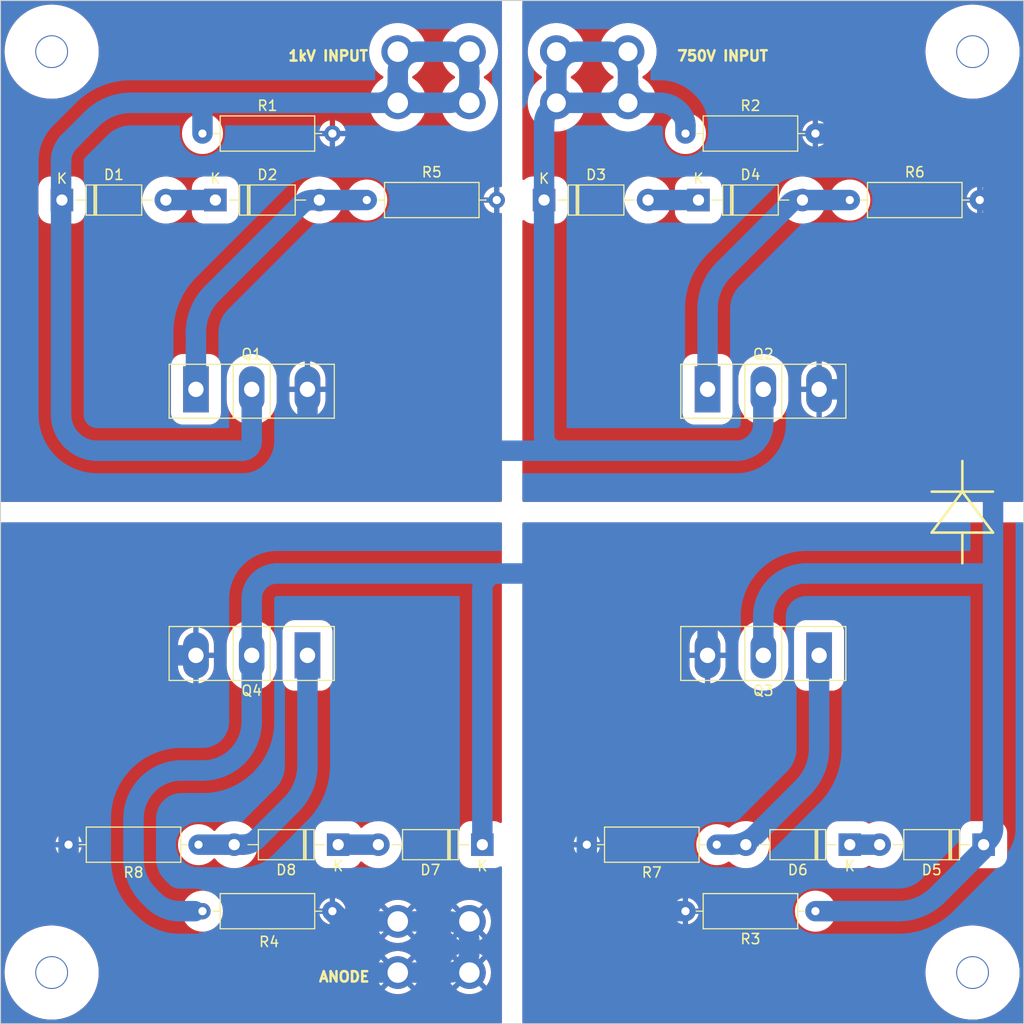
<source format=kicad_pcb>
(kicad_pcb (version 20221018) (generator pcbnew)

  (general
    (thickness 1.6)
  )

  (paper "A4")
  (layers
    (0 "F.Cu" signal)
    (31 "B.Cu" signal)
    (32 "B.Adhes" user "B.Adhesive")
    (33 "F.Adhes" user "F.Adhesive")
    (34 "B.Paste" user)
    (35 "F.Paste" user)
    (36 "B.SilkS" user "B.Silkscreen")
    (37 "F.SilkS" user "F.Silkscreen")
    (38 "B.Mask" user)
    (39 "F.Mask" user)
    (40 "Dwgs.User" user "User.Drawings")
    (41 "Cmts.User" user "User.Comments")
    (42 "Eco1.User" user "User.Eco1")
    (43 "Eco2.User" user "User.Eco2")
    (44 "Edge.Cuts" user)
    (45 "Margin" user)
    (46 "B.CrtYd" user "B.Courtyard")
    (47 "F.CrtYd" user "F.Courtyard")
    (48 "B.Fab" user)
    (49 "F.Fab" user)
    (50 "User.1" user)
    (51 "User.2" user)
    (52 "User.3" user)
    (53 "User.4" user)
    (54 "User.5" user)
    (55 "User.6" user)
    (56 "User.7" user)
    (57 "User.8" user)
    (58 "User.9" user)
  )

  (setup
    (stackup
      (layer "F.SilkS" (type "Top Silk Screen"))
      (layer "F.Paste" (type "Top Solder Paste"))
      (layer "F.Mask" (type "Top Solder Mask") (thickness 0.01))
      (layer "F.Cu" (type "copper") (thickness 0.035))
      (layer "dielectric 1" (type "core") (thickness 1.51) (material "FR4") (epsilon_r 4.5) (loss_tangent 0.02))
      (layer "B.Cu" (type "copper") (thickness 0.035))
      (layer "B.Mask" (type "Bottom Solder Mask") (thickness 0.01))
      (layer "B.Paste" (type "Bottom Solder Paste"))
      (layer "B.SilkS" (type "Bottom Silk Screen"))
      (copper_finish "None")
      (dielectric_constraints no)
    )
    (pad_to_mask_clearance 0)
    (pcbplotparams
      (layerselection 0x0001000_ffffffff)
      (plot_on_all_layers_selection 0x0000000_00000000)
      (disableapertmacros false)
      (usegerberextensions true)
      (usegerberattributes true)
      (usegerberadvancedattributes true)
      (creategerberjobfile false)
      (dashed_line_dash_ratio 12.000000)
      (dashed_line_gap_ratio 3.000000)
      (svgprecision 6)
      (plotframeref false)
      (viasonmask false)
      (mode 1)
      (useauxorigin false)
      (hpglpennumber 1)
      (hpglpenspeed 20)
      (hpglpendiameter 15.000000)
      (dxfpolygonmode true)
      (dxfimperialunits true)
      (dxfusepcbnewfont true)
      (psnegative false)
      (psa4output false)
      (plotreference true)
      (plotvalue true)
      (plotinvisibletext false)
      (sketchpadsonfab false)
      (subtractmaskfromsilk false)
      (outputformat 1)
      (mirror false)
      (drillshape 0)
      (scaleselection 1)
      (outputdirectory "gerber/")
    )
  )

  (net 0 "")
  (net 1 "Net-(D1-Pad2)")
  (net 2 "Net-(D2-Pad2)")
  (net 3 "/STAGE4")
  (net 4 "Net-(D3-Pad2)")
  (net 5 "Net-(D4-Pad2)")
  (net 6 "/STAGE3")
  (net 7 "Net-(D5-Pad2)")
  (net 8 "Net-(D6-Pad2)")
  (net 9 "/STAGE2")
  (net 10 "Net-(D7-Pad2)")
  (net 11 "Net-(D8-Pad2)")
  (net 12 "GND")
  (net 13 "/STAGE1")

  (footprint "Diode_THT:D_DO-41_SOD81_P10.16mm_Horizontal" (layer "F.Cu") (at 51 49.5))

  (footprint "Resistor_THT:R_Axial_DIN0309_L9.0mm_D3.2mm_P12.70mm_Horizontal" (layer "F.Cu") (at 49.738 119))

  (footprint "Package_TO_SOT_THT:TO-247-3_Vertical" (layer "F.Cu") (at 99.1 68))

  (footprint "Resistor_THT:R_Axial_DIN0309_L9.0mm_D3.2mm_P12.70mm_Horizontal" (layer "F.Cu") (at 49.35 112.5 180))

  (footprint "Resistor_THT:R_Axial_DIN0309_L9.0mm_D3.2mm_P12.70mm_Horizontal" (layer "F.Cu") (at 65.796 49.5))

  (footprint "my_library:Keystone_PC_screw_terminal" (layer "F.Cu") (at 63.825 122 90))

  (footprint "MountingHole:MountingHole_3.2mm_M3" (layer "F.Cu") (at 125 35))

  (footprint "Diode_THT:D_DO-41_SOD81_P10.16mm_Horizontal" (layer "F.Cu") (at 36 49.5))

  (footprint "Diode_THT:D_DO-41_SOD81_P10.16mm_Horizontal" (layer "F.Cu") (at 98.212 49.5))

  (footprint "Diode_THT:D_DO-41_SOD81_P10.16mm_Horizontal" (layer "F.Cu") (at 83.124 49.5))

  (footprint "Package_TO_SOT_THT:TO-247-3_Vertical" (layer "F.Cu") (at 49.1 68))

  (footprint "Diode_THT:D_DO-41_SOD81_P10.16mm_Horizontal" (layer "F.Cu") (at 63 112.5 180))

  (footprint "Resistor_THT:R_Axial_DIN0309_L9.0mm_D3.2mm_P12.70mm_Horizontal" (layer "F.Cu") (at 100 112.5 180))

  (footprint "Resistor_THT:R_Axial_DIN0309_L9.0mm_D3.2mm_P12.70mm_Horizontal" (layer "F.Cu") (at 96.942 43))

  (footprint "Package_TO_SOT_THT:TO-247-3_Vertical" (layer "F.Cu") (at 110 94 180))

  (footprint "Diode_THT:D_DO-41_SOD81_P10.16mm_Horizontal" (layer "F.Cu") (at 126.08 112.5 180))

  (footprint "Resistor_THT:R_Axial_DIN0309_L9.0mm_D3.2mm_P12.70mm_Horizontal" (layer "F.Cu") (at 49.738 43))

  (footprint "MountingHole:MountingHole_3.2mm_M3" (layer "F.Cu") (at 35 125))

  (footprint "MountingHole:MountingHole_3.2mm_M3" (layer "F.Cu") (at 125 125))

  (footprint "my_library:Keystone_PC_screw_terminal" (layer "F.Cu") (at 63.825 37 90))

  (footprint "my_library:Keystone_PC_screw_terminal" (layer "F.Cu") (at 79.325 37 90))

  (footprint "Diode_THT:D_DO-41_SOD81_P10.16mm_Horizontal" (layer "F.Cu") (at 113 112.5 180))

  (footprint "Resistor_THT:R_Axial_DIN0309_L9.0mm_D3.2mm_P12.70mm_Horizontal" (layer "F.Cu") (at 109.642 119 180))

  (footprint "Diode_THT:D_DO-41_SOD81_P10.16mm_Horizontal" (layer "F.Cu") (at 77.089 112.5 180))

  (footprint "MountingHole:MountingHole_3.2mm_M3" (layer "F.Cu") (at 35 35))

  (footprint "Package_TO_SOT_THT:TO-247-3_Vertical" (layer "F.Cu") (at 60 94 180))

  (footprint "Resistor_THT:R_Axial_DIN0309_L9.0mm_D3.2mm_P12.70mm_Horizontal" (layer "F.Cu") (at 113 49.5))

  (gr_line (start 127 82) (end 124 78)
    (stroke (width 0.25) (type default)) (layer "F.SilkS") (tstamp 2131ff98-3889-4bae-85eb-3bf28b7410ac))
  (gr_line (start 124 78) (end 124 75)
    (stroke (width 0.25) (type default)) (layer "F.SilkS") (tstamp 253923d7-1003-4be1-b967-a90b3c02c5b9))
  (gr_line (start 121 82) (end 127 82)
    (stroke (width 0.25) (type default)) (layer "F.SilkS") (tstamp 3e22d029-0d1a-4c7b-b530-d298b01956a6))
  (gr_line (start 124 82) (end 124 85)
    (stroke (width 0.25) (type default)) (layer "F.SilkS") (tstamp 54af66b9-5831-4653-921c-0d549df54140))
  (gr_line (start 121 78) (end 127 78)
    (stroke (width 0.25) (type default)) (layer "F.SilkS") (tstamp d6fcd766-606b-4d5b-98b2-ea64ce0b73a7))
  (gr_line (start 124 78) (end 121 82)
    (stroke (width 0.25) (type default)) (layer "F.SilkS") (tstamp e33ade82-7398-4672-b90a-0ee47e697825))
  (gr_rect locked (start 30 30) (end 130 130)
    (stroke (width 0.1) (type solid)) (fill none) (layer "Edge.Cuts") (tstamp a954b9c2-8815-41d9-8ee2-182c3d4b4e66))
  (gr_text "750V INPUT" (at 96 36) (layer "F.SilkS") (tstamp 404966b4-30ed-45fc-b3f1-17ff3882f9f2)
    (effects (font (size 1 1) (thickness 0.25) bold) (justify left bottom))
  )
  (gr_text "ANODE" (at 61 126) (layer "F.SilkS") (tstamp 94f070ac-750f-4116-b6df-3cb0583cfefa)
    (effects (font (size 1 1) (thickness 0.25) bold) (justify left bottom))
  )
  (gr_text "1kV INPUT" (at 58 36) (layer "F.SilkS") (tstamp bf6f715c-3bad-41a1-95f9-51c6e33cad3d)
    (effects (font (size 1 1) (thickness 0.25) bold) (justify left bottom))
  )

  (segment (start 46.16 49.5) (end 51 49.5) (width 2) (layer "B.Cu") (net 1) (tstamp e882ca18-ed6d-4d47-a6b6-ebb5606869fe))
  (segment (start 61.8375 49.5) (end 60.4825 49.5) (width 2) (layer "B.Cu") (net 2) (tstamp 61c1ad0a-88fa-4e84-b6d4-f39d3cd9072a))
  (segment (start 49.1 62.458963) (end 49.1 68) (width 2) (layer "B.Cu") (net 2) (tstamp 9eacaaa7-3cef-4c28-ab34-0c42a2588cca))
  (segment (start 50.693792 58.611207) (end 59.325935 49.979064) (width 2) (layer "B.Cu") (net 2) (tstamp e3047dc5-0732-4404-870f-e77a1fab23e8))
  (segment (start 61.8375 49.5) (end 65.796 49.5) (width 2) (layer "B.Cu") (net 2) (tstamp fec6315b-d93c-481c-bf62-79890dc964f9))
  (arc (start 60.4825 49.5) (mid 59.856571 49.624504) (end 59.325935 49.979064) (width 2) (layer "B.Cu") (net 2) (tstamp 32f7f993-844d-4647-82bc-7e4c69fc685b))
  (arc (start 50.693792 58.611207) (mid 49.514213 60.376572) (end 49.1 62.458963) (width 2) (layer "B.Cu") (net 2) (tstamp 5bcf876f-136c-4dac-ae61-fa226f0c392d))
  (segment (start 50.185261 40) (end 66.825001 40) (width 2) (layer "B.Cu") (net 3) (tstamp 0580ba4c-51c4-4298-ad74-e9c2ef4e04a2))
  (segment (start 36.71 43.79) (end 38.906207 41.593792) (width 2) (layer "B.Cu") (net 3) (tstamp 0f18e064-18d9-4ae8-9c79-cf927883e97c))
  (segment (start 49.814738 40) (end 50.185261 40) (width 2) (layer "B.Cu") (net 3) (tstamp 3b960909-0ba4-465c-b3f3-fd447a704a1b))
  (segment (start 70.824998 35) (end 73.825001 35) (width 2) (layer "B.Cu") (net 3) (tstamp 54bb6ae9-d5aa-4d6d-a254-7a126b9bd0a2))
  (segment (start 49.814738 40) (end 42.753963 40) (width 2) (layer "B.Cu") (net 3) (tstamp 55e351e3-7efa-4d55-acad-86a345fc5120))
  (segment (start 71.168144 40) (end 73.825001 40) (width 2) (layer "B.Cu") (net 3) (tstamp 5abefae0-a9ce-45ed-aaa9-44c2a04ab141))
  (segment (start 68.825 38.000001) (end 68.825 36.999998) (width 2) (layer "B.Cu") (net 3) (tstamp 5c22bc31-61ad-441c-a91b-64b07b48dd55))
  (segment (start 35.92 49.636568) (end 35.92 70.449217) (width 2) (layer "B.Cu") (net 3) (tstamp 679d2134-3239-4e47-a4e5-4ebedeeaf8a8))
  (segment (start 39.470782 74) (end 53.611091 74) (width 2) (layer "B.Cu") (net 3) (tstamp 6c31f382-29e5-4f59-916f-7fccbec4bdb7))
  (segment (start 54.55 73.061091) (end 54.55 68) (width 2) (layer "B.Cu") (net 3) (tstamp 7b30e56f-2c67-40dc-8a4b-ab00d6cc2343))
  (segment (start 49.738 40.447261) (end 49.738 43) (width 2) (layer "B.Cu") (net 3) (tstamp 9d3da282-0e78-426f-87a5-378da2e8e9cf))
  (segment (start 75.825 38.000001) (end 75.825 36.999998) (width 2) (layer "B.Cu") (net 3) (tstamp e9e4fd1c-4aa2-411d-8f99-38c8ac41994d))
  (segment (start 35.92 49.363431) (end 35.92 45.697228) (width 2) (layer "B.Cu") (net 3) (tstamp f486ae2c-dd97-4f8a-b43a-19e3154a6501))
  (segment (start 71.168144 40) (end 66.825001 40) (width 2) (layer "B.Cu") (net 3) (tstamp fa730bff-7ae7-4cfc-aa0b-6b723ed31b48))
  (arc (start 75.825 38.000001) (mid 75.239213 39.414213) (end 73.825001 40) (width 2) (layer "B.Cu") (net 3) (tstamp 0fd3f13d-0c3f-4c8e-b91e-1739efdf550b))
  (arc (start 36.71 43.79) (mid 36.125314 44.665043) (end 35.92 45.697228) (width 2) (layer "B.Cu") (net 3) (tstamp 2a093840-0bdf-41ea-a70e-7ac20376c639))
  (arc (start 35.96 49.54) (mid 35.930395 49.584305) (end 35.92 49.636568) (width 2) (layer "B.Cu") (net 3) (tstamp 2a3624de-1e65-44b5-8315-a1c35dfa4ff3))
  (arc (start 54.275 73.725) (mid 53.970396 73.928529) (end 53.611091 74) (width 2) (layer "B.Cu") (net 3) (tstamp 2f3a1eef-c0ff-4ac8-8219-88f2fd3d4333))
  (arc (start 54.55 73.061091) (mid 54.478529 73.420396) (end 54.275 73.725) (width 2) (layer "B.Cu") (net 3) (tstamp 5a10edf2-528f-4464-9121-d3df9cb8c8cc))
  (arc (start 68.825 38.000001) (mid 69.51129 39.414213) (end 71.168144 40) (width 2) (layer "B.Cu") (net 3) (tstamp 6c353f58-6a07-42df-b4f4-806225c5678c))
  (arc (start 35.92 45.697228) (mid 36.125314 44.665043) (end 36.71 43.79) (width 2) (layer "B.Cu") (net 3) (tstamp 849ef7e5-8097-4aee-8015-323905546838))
  (arc (start 50.185261 40) (mid 50.014101 40.034045) (end 49.869 40.131) (width 2) (layer "B.Cu") (net 3) (tstamp 9326384b-4777-4c92-aa2f-2d08e6267257))
  (arc (start 49.869 40.131) (mid 49.772045 40.276101) (end 49.738 40.447261) (width 2) (layer "B.Cu") (net 3) (tstamp 9abd6d67-ba40-4dee-af1a-810a8242c86f))
  (arc (start 36.96 72.96) (mid 38.111956 73.729712) (end 39.470782 74) (width 2) (layer "B.Cu") (net 3) (tstamp b8825d99-40ea-4358-a66a-e9f243080c3f))
  (arc (start 70.824998 35) (mid 69.410785 35.585785) (end 68.825 36.999998) (width 2) (layer "B.Cu") (net 3) (tstamp bd6b504f-39ab-4c2b-a42f-5daebc471130))
  (arc (start 35.92 70.449217) (mid 36.190287 71.808043) (end 36.96 72.96) (width 2) (layer "B.Cu") (net 3) (tstamp da65d86f-f94d-4db5-8413-9b29c5e2c0d0))
  (arc (start 75.825 36.999998) (mid 75.239213 35.585785) (end 73.825001 35) (width 2) (layer "B.Cu") (net 3) (tstamp dce81c27-16c7-4397-b7d9-dfe2225cc620))
  (arc (start 49.869 40.131) (mid 49.885634 40.047371) (end 49.814738 40) (width 2) (layer "B.Cu") (net 3) (tstamp ddb850dd-54a7-4b63-bc5c-bb6ecd4a3633))
  (arc (start 42.753963 40) (mid 40.671572 40.414213) (end 38.906207 41.593792) (width 2) (layer "B.Cu") (net 3) (tstamp eae6cb64-c798-40f3-b4c3-dcefb9e0714c))
  (arc (start 66.825001 40) (mid 68.239213 39.414213) (end 68.825 38.000001) (width 2) (layer "B.Cu") (net 3) (tstamp eb154998-e619-45d3-80ac-fd884505378c))
  (arc (start 35.92 49.363431) (mid 35.930395 49.415693) (end 35.96 49.46) (width 2) (layer "B.Cu") (net 3) (tstamp fd545dac-856c-48de-9df2-9bd1e3b69ae7))
  (arc (start 35.96 49.46) (mid 35.976568 49.5) (end 35.96 49.54) (width 2) (layer "B.Cu") (net 3) (tstamp fe4cc217-32a1-4374-9d51-46234fb59001))
  (segment (start 93.284 49.5) (end 98.212 49.5) (width 2) (layer "B.Cu") (net 4) (tstamp 4146021e-8361-4dcf-b196-268aab523674))
  (segment (start 108.808 49.5) (end 107.936 49.5) (width 2) (layer "B.Cu") (net 5) (tstamp 7ee86355-6575-4d7f-b27a-ccda75d5cc71))
  (segment (start 100.693792 56.306207) (end 107.191701 49.808298) (width 2) (layer "B.Cu") (net 5) (tstamp 8a9cd561-50a9-4ceb-a370-65d4f20f20c9))
  (segment (start 108.808 49.5) (end 113 49.5) (width 2) (layer "B.Cu") (net 5) (tstamp 9cf5f8f4-ab63-449f-8c09-2311a74067ae))
  (segment (start 99.1 60.153963) (end 99.1 68) (width 2) (layer "B.Cu") (net 5) (tstamp b8d9857f-a6a3-485d-b9d8-954dbd89b760))
  (arc (start 100.693792 56.306207) (mid 99.514213 58.071572) (end 99.1 60.153963) (width 2) (layer "B.Cu") (net 5) (tstamp 4d2bcc63-a2dd-418c-bd5f-ddaef4fca43f))
  (arc (start 107.936 49.5) (mid 107.533188 49.580124) (end 107.191701 49.808298) (width 2) (layer "B.Cu") (net 5) (tstamp f63e0144-2120-44f8-87b4-16ef8ae471f6))
  (segment (start 93.4125 40) (end 89.325001 40) (width 2) (layer "B.Cu") (net 6) (tstamp 0106ccf0-8034-415a-8047-b288cb28580b))
  (segment (start 83.124 42.050235) (end 83.124 72.504574) (width 2) (layer "B.Cu") (net 6) (tstamp 179b02ca-20a8-49cd-81e3-d0e392566345))
  (segment (start 96.391163 40.891163) (end 96.221 40.721) (width 2) (layer "B.Cu") (net 6) (tstamp 23cdda92-c013-4d6f-9bc6-a61ef7fceb40))
  (segment (start 93.4125 40) (end 94.480352 40) (width 2) (layer "B.Cu") (net 6) (tstamp 2b638180-1363-46d6-8e89-82641c53aaf4))
  (segment (start 84.619425 74) (end 101.903984 74) (width 2) (layer "B.Cu") (net 6) (tstamp 2d801d1e-a38d-41c8-af30-40e98ff8a79a))
  (segment (start 89.325001 35) (end 86.324998 35) (width 2) (layer "B.Cu") (net 6) (tstamp 44234758-a0aa-4225-a0d7-15a67df397a1))
  (segment (start 60 72.292893) (end 60 68) (width 2) (layer "B.Cu") (net 6) (tstamp 4f02a351-9568-48f2-b04f-076667160b2f))
  (segment (start 91.325 36.999998) (end 91.325 38.000001) (width 2) (layer "B.Cu") (net 6) (tstamp 5afd4f29-fe22-4964-901b-6d154064d5d5))
  (segment (start 84.619425 74) (end 83.380574 74) (width 2) (layer "B.Cu") (net 6) (tstamp 7e03d2ab-f849-4512-9569-879b25ae0e0c))
  (segment (start 83.380574 74) (end 61.707106 74) (width 2) (layer "B.Cu") (net 6) (tstamp 9002cbac-c7ab-4cd2-bedc-747a0933f997))
  (segment (start 96.942 42.221) (end 96.942 43) (width 2) (layer "B.Cu") (net 6) (tstamp 9089fc8f-547e-445c-82ea-77e563f9d8e5))
  (segment (start 104.55 71.353984) (end 104.55 68) (width 2) (layer "B.Cu") (net 6) (tstamp a23a5080-e02b-470a-bb66-91530bc8f140))
  (segment (start 89.325001 40) (end 85.174235 40) (width 2) (layer "B.Cu") (net 6) (tstamp fbfa91ed-6e86-4ab3-b070-d19d13213ed9))
  (segment (start 84.325 36.999998) (end 84.325 39.150764) (width 2) (layer "B.Cu") (net 6) (tstamp ff8d7c48-cf44-482a-8a92-3e8b83448ba2))
  (arc (start 83.562 73.562) (mid 84.04715 73.886167) (end 84.619425 74) (width 2) (layer "B.Cu") (net 6) (tstamp 096afd04-538e-4b21-921b-0720cfc0fc33))
  (arc (start 91.325 36.999998) (mid 90.739213 35.585785) (end 89.325001 35) (width 2) (layer "B.Cu") (net 6) (tstamp 1bc36098-a67a-43e9-af34-67229b47b5d8))
  (arc (start 83.380574 74) (mid 83.617618 73.841612) (end 83.562 73.562) (width 2) (layer "B.Cu") (net 6) (tstamp 309e2839-3c95-45df-b7ac-fa723f3d94a2))
  (arc (start 104.55 71.353984) (mid 104.348584 72.36657) (end 103.775 73.225) (width 2) (layer "B.Cu") (net 6) (tstamp 36f0c0d0-5fbc-41c5-b480-ee52e9c49a15))
  (arc (start 83.7245 40.6005) (mid 83.280064 41.265644) (end 83.124 42.050235) (width 2) (layer "B.Cu") (net 6) (tstamp 3ff9be75-0570-418f-a5fc-6ed51d4eae5c))
  (arc (start 96.391163 40.891163) (mid 96.798842 41.501297) (end 96.942 42.221) (width 2) (layer "B.Cu") (net 6) (tstamp 450fd788-d806-48b1-a032-8afdc8273e6e))
  (arc (start 89.325001 40) (mid 90.739213 39.414213) (end 91.325 38.000001) (width 2) (layer "B.Cu") (net 6) (tstamp 73ec9bbc-dc9a-43b6-8948-b32c01d65371))
  (arc (start 84.325 39.150764) (mid 84.573735 39.751264) (end 85.174235 40) (width 2) (layer "B.Cu") (net 6) (tstamp 8269e9fd-85b6-4956-b9ff-6bc28fa3d59b))
  (arc (start 103.775 73.225) (mid 102.91657 73.798584) (end 101.903984 74) (width 2) (layer "B.Cu") (net 6) (tstamp 9396dbf5-aa3c-4ba1-a9ae-1945fbb2026c))
  (arc (start 60.5 73.5) (mid 61.053825 73.870054) (end 61.707106 74) (width 2) (layer "B.Cu") (net 6) (tstamp 9cf43076-18a1-462b-9c97-88acb00965fa))
  (arc (start 83.124 72.504574) (mid 83.237832 73.076848) (end 83.562 73.562) (width 2) (layer "B.Cu") (net 6) (tstamp ad10a4b7-2487-448c-860c-e5fa438bed4f))
  (arc (start 83.7245 40.6005) (mid 84.168935 39.935355) (end 84.325 39.150764) (width 2) (layer "B.Cu") (net 6) (tstamp af865e07-b961-449a-8717-ceb1273ebf79))
  (arc (start 86.324998 35) (mid 84.910785 35.585785) (end 84.325 36.999998) (width 2) (layer "B.Cu") (net 6) (tstamp b31efc5a-7b21-4ce8-b439-1c9342fcef4e))
  (arc (start 60 72.292893) (mid 60.129945 72.946174) (end 60.5 73.5) (width 2) (layer "B.Cu") (net 6) (tstamp b5c2c10d-e882-4621-912f-0aa3c082e54a))
  (arc (start 85.174235 40) (mid 84.389644 40.156064) (end 83.7245 40.6005) (width 2) (layer "B.Cu") (net 6) (tstamp cdf16225-865b-428c-89bd-8853cabfea19))
  (arc (start 96.221 40.721) (mid 95.422383 40.187381) (end 94.480352 40) (width 2) (layer "B.Cu") (net 6) (tstamp f68e48ba-1983-4674-be66-79dbf442fe2e))
  (arc (start 91.325 38.000001) (mid 91.936414 39.414213) (end 93.4125 40) (width 2) (layer "B.Cu") (net 6) (tstamp fe1771f5-b72c-4bc4-add4-a2ba0d9e31fd))
  (segment (start 113 112.5) (end 115.92 112.5) (width 2) (layer "B.Cu") (net 7) (tstamp bae757e5-4a6a-4b35-b534-086d45a773a3))
  (segment (start 108.406207 106.933792) (end 103.844091 111.495908) (width 2) (layer "B.Cu") (net 8) (tstamp 1b350c19-993f-4432-86a1-4122e950bd0b))
  (segment (start 101.42 112.5) (end 100 112.5) (width 2) (layer "B.Cu") (net 8) (tstamp a899b179-b86c-45b0-8a6e-1c7aa4ee7e73))
  (segment (start 110 95.171572) (end 110 103.086036) (width 2) (layer "B.Cu") (net 8) (tstamp bd0fc8ee-c22d-4133-8e6a-9fdd47c9d8c1))
  (arc (start 103.844091 111.495908) (mid 102.731908 112.239044) (end 101.42 112.5) (width 2) (layer "B.Cu") (net 8) (tstamp 035e0cf3-8ba7-4e18-8dd3-f8e636f1c886))
  (arc (start 110 103.086036) (mid 109.585786 105.168426) (end 108.406207 106.933792) (width 2) (layer "B.Cu") (net 8) (tstamp 8c7ad431-18a5-4197-b13f-e4bbf0da7038))
  (segment (start 127 45.919238) (end 127 49.646446) (width 2) (layer "B.Cu") (net 9) (tstamp 0da75b25-2546-4e47-8804-29ed9a99439e))
  (segment (start 125.35 43.35) (end 126.05 44.05) (width 2) (layer "B.Cu") (net 9) (tstamp 12b06950-23c0-46a3-97b4-485917511191))
  (segment (start 125.931507 113.068492) (end 121.593792 117.406207) (width 2) (layer "B.Cu") (net 9) (tstamp 200ee62a-0284-47bf-981c-84956c1e8cc3))
  (segment (start 126.35 44.35) (end 126.05 44.05) (width 2) (layer "B.Cu") (net 9) (tstamp 27759f1d-cacf-4d64-9360-4948cccd2363))
  (segment (start 127 65.656856) (end 127 69.999998) (width 2) (layer "B.Cu") (net 9) (tstamp 2a5ed4f1-2e39-45ae-bf53-791630bc4cad))
  (segment (start 127 51.5) (end 127 54.5) (width 2) (layer "B.Cu") (net 9) (tstamp 3f642266-c43d-457e-a3d0-ae48d6438db5))
  (segment (start 127 65.656856) (end 127 54.5) (width 2) (layer "B.Cu") (net 9) (tstamp 420fe05b-6dbe-4fb1-9411-91d68701b1df))
  (segment (start 127 69.999998) (end 127 110.929461) (width 2) (layer "B.Cu") (net 9) (tstamp 4db3d835-759e-428d-8c7d-7360ec0f8969))
  (segment (start 104.55 90.182411) (end 104.55 94) (width 2) (layer "B.Cu") (net 9) (tstamp 666bf0b0-5d96-4e4d-92dc-ec56f0aaef0e))
  (segment (start 127 50.353553) (end 127 51.5) (width 2) (layer "B.Cu") (net 9) (tstamp 7f60956f-f4e7-405f-a7a2-7dfc0a967b5a))
  (segment (start 108.732411 86) (end 126 86) (width 2) (layer "B.Cu") (net 9) (tstamp 885a0e8c-274f-454e-a9ff-9bac59599825))
  (segment (start 125.000001 68) (end 110 68) (width 2) (layer "B.Cu") (net 9) (tstamp 889d55bd-7a4a-4138-b44c-a604f9088f1e))
  (segment (start 126.146446 49.5) (end 125.7 49.5) (width 2) (layer "B.Cu") (net 9) (tstamp ce84bbbb-8cca-47b5-94f1-14013578c26c))
  (segment (start 117.746036 119) (end 109.642 119) (width 2) (layer "B.Cu") (net 9) (tstamp dd83ee0c-c44d-4b8e-8bdd-cc63dbabc6c9))
  (segment (start 126.228492 112.351507) (end 126.54 112.04) (width 2) (layer "B.Cu") (net 9) (tstamp e6c63ee2-7af0-4f94-b403-d3dd307d5adc))
  (segment (start 124.505025 43) (end 109.642 43) (width 2) (layer "B.Cu") (net 9) (tstamp e76c2534-4709-47f7-9cca-f72d2f0ee898))
  (segment (start 127 49.646446) (end 127 50.353553) (width 2) (layer "B.Cu") (net 9) (tstamp f9875c50-c584-4495-882f-e1b77ce22046))
  (arc (start 126.228492 112.351507) (mid 126.118591 112.515985) (end 126.08 112.71) (width 2) (layer "B.Cu") (net 9) (tstamp 064a14d4-7625-4c17-9926-3bc8bef61c95))
  (arc (start 127 110.929461) (mid 126.880449 111.53048) (end 126.54 112.04) (width 2) (layer "B.Cu") (net 9) (tstamp 18918f47-bbcf-470e-91e3-9d9829868ca1))
  (arc (start 108.732411 86) (mid 107.131871 86.318367) (end 105.775 87.225) (width 2) (layer "B.Cu") (net 9) (tstamp 31f8ed65-f1fb-4ea1-b8ac-285bac028b77))
  (arc (start 125.000001 68) (mid 126.414213 67.313709) (end 127 65.656856) (width 2) (layer "B.Cu") (net 9) (tstamp 3f494321-e87f-4a8e-bbe5-a937d805b012))
  (arc (start 126.35 44.35) (mid 126.83107 45.069972) (end 127 45.919238) (width 2) (layer "B.Cu") (net 9) (tstamp 46c350bb-7de4-4e81-aafd-4af55e37aab0))
  (arc (start 126.75 49.75) (mid 126.909596 49.781745) (end 127 49.646446) (width 2) (layer "B.Cu") (net 9) (tstamp 4949c210-134d-4c0f-a922-5b5c8c6df145))
  (arc (start 126.75 49.75) (mid 126.473087 49.564972) (end 126.146446 49.5) (width 2) (layer "B.Cu") (net 9) (tstamp 78d085a5-c3fc-425f-84dd-abbb97b59cb5))
  (arc (start 105.775 87.225) (mid 104.868367 88.581871) (end 104.55 90.182411) (width 2) (layer "B.Cu") (net 9) (tstamp 7d74b5e4-377b-4d94-8b21-289fadde7386))
  (arc (start 121.593792 117.406207) (mid 119.828426 118.585786) (end 117.746036 119) (width 2) (layer "B.Cu") (net 9) (tstamp 9f32a78e-0b59-4846-9068-4909840a34ae))
  (arc (start 127 50.353553) (mid 126.935027 50.026912) (end 126.75 49.75) (width 2) (layer "B.Cu") (net 9) (tstamp 9fa50f42-0778-414e-80a5-be6ea027c650))
  (arc (start 127 69.999998) (mid 126.414213 68.585785) (end 125.000001 68) (width 2) (layer "B.Cu") (net 9) (tstamp a1a95a4e-59c6-4de0-bc59-72f75a6c6058))
  (arc (start 126.08 112.71) (mid 126.041407 112.904014) (end 125.931507 113.068492) (width 2) (layer "B.Cu") (net 9) (tstamp c3f25bab-d21c-43b9-bb4f-57d9b5e2645a))
  (arc (start 125.35 43.35) (mid 124.962322 43.090962) (end 124.505025 43) (width 2) (layer "B.Cu") (net 9) (tstamp d7abc30b-0879-4741-86ef-a26cf4381a4c))
  (segment (start 66.929 112.5) (end 63 112.5) (width 2) (layer "B.Cu") (net 10) (tstamp bbf14473-783f-4d22-8426-e816ebed527a))
  (segment (start 55.098606 111.910043) (end 58.406207 108.602442) (width 2) (layer "B.Cu") (net 11) (tstamp 3b7e5dcc-1fad-4199-881a-d127caaf107e))
  (segment (start 52.005675 112.5) (end 49.35 112.5) (width 2) (layer "B.Cu") (net 11) (tstamp 7b5b5180-1101-4ee8-816f-2ee7fdf5519c))
  (segment (start 60 104.754686) (end 60 94) (width 2) (layer "B.Cu") (net 11) (tstamp b93ba9b2-464f-435b-a965-5fbf12cd454e))
  (segment (start 53.674325 112.5) (end 52.005675 112.5) (width 2) (layer "B.Cu") (net 11) (tstamp c7f74e02-22a2-44c3-ba93-2cb4738b7c33))
  (arc (start 55.098606 111.910043) (mid 54.44514 112.346675) (end 53.674325 112.5) (width 2) (layer "B.Cu") (net 11) (tstamp 36adf605-c4e5-49a0-bfb5-ef01a47e7ac6))
  (arc (start 60 104.754686) (mid 59.585786 106.837076) (end 58.406207 108.602442) (width 2) (layer "B.Cu") (net 11) (tstamp f38fe8c7-e201-4a5d-b85e-99900ccf700f))
  (segment (start 43.406207 123.406207) (end 38.117246 118.117246) (width 2) (layer "B.Cu") (net 12) (tstamp 173b6f5f-5c2d-48dc-9fe5-f32f72aafeef))
  (segment (start 62.938 119.5) (end 62.438 119) (width 2) (layer "B.Cu") (net 12) (tstamp 2226fc5f-eefc-4604-9040-ee85b7bf852b))
  (segment (start 71.168144 120) (end 73.825001 120) (width 2) (layer "B.Cu") (net 12) (tstamp 46ce87f2-cffa-4ed8-9ea0-61104e6ab59f))
  (segment (start 36.65 110.425) (end 36.65 114.575) (width 2) (layer "B.Cu") (net 12) (tstamp 5a4bc6d2-0d85-4372-a33c-675ce6ae880e))
  (segment (start 75.825 121.999998) (end 75.825 123.000001) (width 2) (layer "B.Cu") (net 12) (tstamp 78be07dc-12b7-45c7-ab76-d6c0c93dca19))
  (segment (start 47.253963 125) (end 73.825001 125) (width 2) (layer "B.Cu") (net 12) (tstamp a7395ffd-05c8-4d92-ae10-7467abbbb9e5))
  (segment (start 71.168144 120) (end 66.481856 120) (width 2) (layer "B.Cu") (net 12) (tstamp b90f2dfd-9639-4bac-9825-9f33089900c6))
  (segment (start 39.808147 94) (end 49.1 94) (width 2) (layer "B.Cu") (net 12) (tstamp c0d87d21-c783-49c9-bb67-e3f2a021c010))
  (segment (start 36.65 110.425) (end 36.65 97.158147) (width 2) (layer "B.Cu") (net 12) (tstamp d33ec362-6dfe-4097-906b-0cb45b244d49))
  (segment (start 66.481856 120) (end 64.145106 120) (width 2) (layer "B.Cu") (net 12) (tstamp d8e86efe-ccd0-4742-b6b7-f02983bbde9a))
  (arc (start 62.938 119.5) (mid 63.491825 119.870054) (end 64.145106 120) (width 2) (layer "B.Cu") (net 12) (tstamp 024cc201-4a12-4ae8-bfab-38147f08c82b))
  (arc (start 43.406207 123.406207) (mid 45.171572 124.585786) (end 47.253963 125) (width 2) (layer "B.Cu") (net 12) (tstamp 43a0eb75-5fcf-4672-aa9e-0cc7c7115f22))
  (arc (start 39.808147 94) (mid 38.599576 94.240399) (end 37.575 94.925) (width 2) (layer "B.Cu") (net 12) (tstamp 88c300c8-0e7a-4e34-88e0-147438387595))
  (arc (start 37.575 94.925) (mid 36.890399 95.949576) (end 36.65 97.158147) (width 2) (layer "B.Cu") (net 12) (tstamp beed807b-094b-4007-a6bf-646ea2fee72e))
  (arc (start 75.825 121.999998) (mid 75.239213 120.585785) (end 73.825001 120) (width 2) (layer "B.Cu") (net 12) (tstamp eae70e4c-a4fe-42ec-9720-c05b32ed5140))
  (arc (start 75.825 123.000001) (mid 75.239213 124.414213) (end 73.825001 125) (width 2) (layer "B.Cu") (net 12) (tstamp efac1476-0526-4b34-8ce9-2b1c7beb121b))
  (arc (start 36.65 114.575) (mid 37.031324 116.492049) (end 38.117246 118.117246) (width 2) (layer "B.Cu") (net 12) (tstamp fc08e6b2-9093-4242-9028-d1ac105c2346))
  (segment (start 43 109.944543) (end 43 113.878679) (width 2) (layer "B.Cu") (net 13) (tstamp 00efd942-6ff0-45b2-bb97-c28808be81a0))
  (segment (start 88.494974 119) (end 96.942 119) (width 2) (layer "B.Cu") (net 13) (tstamp 010944f8-3368-4f9e-9768-f3a918e70eac))
  (segment (start 54.55 100.470101) (end 54.55 96.343144) (width 2) (layer "B.Cu") (net 13) (tstamp 0209c984-2ba8-4798-b639-bcfe8a6f8788))
  (segment (start 77.355825 86) (end 57.025304 86) (width 2) (layer "B.Cu") (net 13) (tstamp 0d6119cf-bed9-4092-a011-ff1067c20e29))
  (segment (start 86.787867 86) (end 78.644174 86) (width 2) (layer "B.Cu") (net 13) (tstamp 159708b6-a89a-4829-ae69-325457ae34ce))
  (segment (start 87.3 114.843144) (end 87.3 117.805025) (width 2) (layer "B.Cu") (net 13) (tstamp 17d450cf-d92b-4a9d-879b-acc96764bb8d))
  (segment (start 54.55 88.475304) (end 54.55 91.656856) (width 2) (layer "B.Cu") (net 13) (tstamp 41ff386e-6630-4da8-92e5-c15d9baec74d))
  (segment (start 54.55 91.656856) (end 54.55 96.343144) (width 2) (layer "B.Cu") (net 13) (tstamp 5985685d-e43d-436c-af13-33e3e86848ac))
  (segment (start 87.3 110.156856) (end 87.3 114.843144) (width 2) (layer "B.Cu") (net 13) (tstamp 789426ba-1b00-402b-9dd7-4cc463c090a5))
  (segment (start 77.355825 86) (end 78.644174 86) (width 2) (layer "B.Cu") (net 13) (tstamp 857117d1-7a42-453d-94a5-a2a1563415c2))
  (segment (start 86.787867 86) (end 87.212132 86) (width 2) (layer "B.Cu") (net 13) (tstamp 8bbd3c40-a2e0-418c-842d-ed1052422596))
  (segment (start 47.694543 105.25) (end 49.770101 105.25) (width 2) (layer "B.Cu") (net 13) (tstamp a16c0a32-3d46-43ba-b36e-52ce92d3dbef))
  (segment (start 99.1 89.584924) (end 99.1 94) (width 2) (layer "B.Cu") (net 13) (tstamp a1944f34-d442-422a-b490-82660fca42d3))
  (segment (start 87.3 110.156856) (end 87.3 86.512132) (width 2) (layer "B.Cu") (net 13) (tstamp c0747da2-f481-4590-80a8-c3325cebae3d))
  (segment (start 44.939339 117.939339) (end 44.5 117.5) (width 2) (layer "B.Cu") (net 13) (tstamp c374422b-55bf-4250-b20a-47cd0ae502a8))
  (segment (start 47.5 119) (end 49 119) (width 2) (layer "B.Cu") (net 13) (tstamp e81fc46d-99cf-4a13-859a-4ca0f9b80c78))
  (segment (start 95.515075 86) (end 87.212132 86) (width 2) (layer "B.Cu") (net 13) (tstamp ed133093-ff3f-4df7-8777-60f2e9812c7e))
  (segment (start 77.089 87.555174) (end 77.089 112.5) (width 2) (layer "B.Cu") (net 13) (tstamp efd96453-deac-4a10-a274-fb154499d47c))
  (arc (start 44.939339 117.939339) (mid 46.11418 118.724343) (end 47.5 119) (width 2) (layer "B.Cu") (net 13) (tstamp 01478f52-711e-460d-9130-927d9df325cb))
  (arc (start 54.55 100.470101) (mid 54.186151 102.299289) (end 53.15 103.85) (width 2) (layer "B.Cu") (net 13) (tstamp 142e2cf6-b82f-4007-9894-377d26b8ab0d))
  (arc (start 87.65 118.65) (mid 88.037677 118.909037) (end 88.494974 119) (width 2) (layer "B.Cu") (net 13) (tstamp 28221cea-e5dd-4443-909d-f89dc42a5054))
  (arc (start 78.644174 86) (mid 78.049034 86.11838) (end 77.5445 86.4555) (width 2) (layer "B.Cu") (net 13) (tstamp 2ff466f2-a10f-4d30-86d0-258970718dd1))
  (arc (start 47.694543 105.25) (mid 45.898019 105.60735) (end 44.375 106.625) (width 2) (layer "B.Cu") (net 13) (tstamp 59fe4e68-4119-4952-b511-7d1576b16691))
  (arc (start 57.025304 86) (mid 56.078046 86.188421) (end 55.275 86.725) (width 2) (layer "B.Cu") (net 13) (tstamp 65acf8e5-9f16-4350-9eac-4ec481b2ee30))
  (arc (start 77.5445 86.4555) (mid 77.60234 86.164715) (end 77.355825 86) (width 2) (layer "B.Cu") (net 13) (tstamp 7331b4f5-537b-4797-b38c-6afa10e0716d))
  (arc (start 53.15 103.85) (mid 51.599289 104.886151) (end 49.770101 105.25) (width 2) (layer "B.Cu") (net 13) (tstamp 7bdee640-e6be-4899-b318-a0ad1af68164))
  (arc (start 87.15 86.15) (mid 86.983852 86.038983) (end 86.787867 86) (width 2) (layer "B.Cu") (net 13) (tstamp 8bb0a05e-e024-4c96-8062-b72bb8f6b3b6))
  (arc (start 87.15 86.15) (mid 87.261016 86.316147) (end 87.3 86.512132) (width 2) (layer "B.Cu") (net 13) (tstamp 9795a58d-0ac3-430a-9422-aa4c197a5f6c))
  (arc (start 77.5445 86.4555) (mid 77.20738 86.960034) (end 77.089 87.555174) (width 2) (layer "B.Cu") (net 13) (tstamp a510e5e5-5ef7-4d6a-a501-65eee345df9c))
  (arc (start 87.3 117.805025) (mid 87.390962 118.262322) (end 87.65 118.65) (width 2) (layer "B.Cu") (net 13) (tstamp a85ba885-21f0-4ec6-a484-69d88e0e6f44))
  (arc (start 87.212132 86) (mid 87.130952 86.054242) (end 87.15 86.15) (width 2) (layer "B.Cu") (net 13) (tstamp aa8e79d5-4110-472a-8939-dffc4dee8b42))
  (arc (start 43 113.878679) (mid 43.389837 115.838523) (end 44.5 117.5) (width 2) (layer "B.Cu") (net 13) (tstamp c5ec54f0-0d08-4954-a314-8acf9272ac84))
  (arc (start 55.275 86.725) (mid 54.738421 87.528046) (end 54.55 88.475304) (width 2) (layer "B.Cu") (net 13) (tstamp c82a2eee-3656-406a-a5cb-6b727ac05b34))
  (arc (start 44.375 106.625) (mid 43.35735 108.148019) (end 43 109.944543) (width 2) (layer "B.Cu") (net 13) (tstamp d9a88a97-e7e1-4571-8028-07e1b736766b))
  (arc (start 98.05 87.05) (mid 96.886966 86.272886) (end 95.515075 86) (width 2) (layer "B.Cu") (net 13) (tstamp eaf7bad2-f505-4235-ac62-4996b9281847))
  (arc (start 98.05 87.05) (mid 98.827113 88.213033) (end 99.1 89.584924) (width 2) (layer "B.Cu") (net 13) (tstamp f3de2775-f0cf-4183-8569-58c2de09dee1))

  (zone (net 12) (net_name "GND") (layers "F&B.Cu") (tstamp 288fe286-076e-4deb-a3cf-9c595ca6ab4a) (hatch edge 0.508)
    (connect_pads (clearance 1.2))
    (min_thickness 0.254) (filled_areas_thickness no)
    (fill yes (thermal_gap 0.508) (thermal_bridge_width 0.508))
    (polygon
      (pts
        (xy 79 130)
        (xy 30 130)
        (xy 30 81)
        (xy 79 81)
      )
    )
    (filled_polygon
      (layer "F.Cu")
      (pts
        (xy 78.937 81.016881)
        (xy 78.983119 81.063)
        (xy 79 81.126)
        (xy 79 110.261352)
        (xy 78.981886 110.326441)
        (xy 78.932753 110.372815)
        (xy 78.866728 110.387142)
        (xy 78.802793 110.365302)
        (xy 78.77567 110.346722)
        (xy 78.572142 110.256856)
        (xy 78.35557 110.205919)
        (xy 78.324741 110.203779)
        (xy 78.263092 110.1995)
        (xy 75.914908 110.1995)
        (xy 75.859422 110.203351)
        (xy 75.822429 110.205919)
        (xy 75.605857 110.256856)
        (xy 75.402329 110.346722)
        (xy 75.218775 110.47246)
        (xy 75.06146 110.629775)
        (xy 74.935722 110.813329)
        (xy 74.845856 111.016857)
        (xy 74.794919 111.233429)
        (xy 74.7885 111.325914)
        (xy 74.7885 113.674086)
        (xy 74.794919 113.76657)
        (xy 74.845856 113.983142)
        (xy 74.935722 114.18667)
        (xy 75.06146 114.370224)
        (xy 75.218775 114.527539)
        (xy 75.218778 114.527541)
        (xy 75.218779 114.527542)
        (xy 75.402329 114.653277)
        (xy 75.605857 114.743143)
        (xy 75.822433 114.794081)
        (xy 75.914908 114.8005)
        (xy 78.263086 114.8005)
        (xy 78.263092 114.8005)
        (xy 78.355567 114.794081)
        (xy 78.572143 114.743143)
        (xy 78.775671 114.653277)
        (xy 78.802792 114.634698)
        (xy 78.866728 114.612858)
        (xy 78.932753 114.627185)
        (xy 78.981886 114.673559)
        (xy 79 114.738648)
        (xy 79 129.8735)
        (xy 78.983119 129.9365)
        (xy 78.937 129.982619)
        (xy 78.874 129.9995)
        (xy 30.1265 129.9995)
        (xy 30.0635 129.982619)
        (xy 30.017381 129.9365)
        (xy 30.0005 129.8735)
        (xy 30.0005 125)
        (xy 30.394586 125)
        (xy 30.414232 125.424934)
        (xy 30.473002 125.846247)
        (xy 30.570396 126.260334)
        (xy 30.705577 126.663663)
        (xy 30.877403 127.052813)
        (xy 31.084394 127.424432)
        (xy 31.324799 127.775382)
        (xy 31.596562 128.102652)
        (xy 31.897347 128.403437)
        (xy 32.224617 128.6752)
        (xy 32.441181 128.823549)
        (xy 32.575562 128.915602)
        (xy 32.94719 129.122598)
        (xy 33.336333 129.294421)
        (xy 33.739669 129.429605)
        (xy 34.094751 129.51312)
        (xy 34.153752 129.526997)
        (xy 34.153753 129.526997)
        (xy 34.153757 129.526998)
        (xy 34.575066 129.585768)
        (xy 35 129.605414)
        (xy 35.424934 129.585768)
        (xy 35.846243 129.526998)
        (xy 36.260331 129.429605)
        (xy 36.663667 129.294421)
        (xy 37.05281 129.122598)
        (xy 37.424438 128.915602)
        (xy 37.775382 128.6752)
        (xy 38.102647 128.403442)
        (xy 38.403442 128.102647)
        (xy 38.6752 127.775382)
        (xy 38.915602 127.424438)
        (xy 39.122598 127.05281)
        (xy 39.294421 126.663667)
        (xy 39.295792 126.659577)
        (xy 67.52463 126.659577)
        (xy 67.606516 126.726196)
        (xy 67.852918 126.876036)
        (xy 68.117423 126.990927)
        (xy 68.395118 127.068733)
        (xy 68.680806 127.108)
        (xy 68.969194 127.108)
        (xy 69.254881 127.068733)
        (xy 69.532576 126.990927)
        (xy 69.797085 126.876034)
        (xy 70.043481 126.726198)
        (xy 70.125367 126.659578)
        (xy 70.125367 126.659577)
        (xy 74.52463 126.659577)
        (xy 74.606516 126.726196)
        (xy 74.852918 126.876036)
        (xy 75.117423 126.990927)
        (xy 75.395118 127.068733)
        (xy 75.680806 127.108)
        (xy 75.969194 127.108)
        (xy 76.254881 127.068733)
        (xy 76.532576 126.990927)
        (xy 76.797085 126.876034)
        (xy 77.043481 126.726198)
        (xy 77.125367 126.659578)
        (xy 77.125367 126.659577)
        (xy 75.825001 125.35921)
        (xy 75.824999 125.35921)
        (xy 74.52463 126.659577)
        (xy 70.125367 126.659577)
        (xy 68.825001 125.35921)
        (xy 68.824999 125.35921)
        (xy 67.52463 126.659577)
        (xy 39.295792 126.659577)
        (xy 39.429605 126.260331)
        (xy 39.526998 125.846243)
        (xy 39.585768 125.424934)
        (xy 39.605414 125)
        (xy 39.605414 124.999999)
        (xy 66.712074 124.999999)
        (xy 66.731753 125.287705)
        (xy 66.790427 125.570062)
        (xy 66.887 125.841793)
        (xy 67.019674 126.097841)
        (xy 67.163787 126.302002)
        (xy 68.46579 125.000001)
        (xy 69.18421 125.000001)
        (xy 70.486211 126.302002)
        (xy 70.486212 126.302001)
        (xy 70.630325 126.097841)
        (xy 70.762999 125.841793)
        (xy 70.859572 125.570062)
        (xy 70.918246 125.287705)
        (xy 70.937925 124.999999)
        (xy 73.712074 124.999999)
        (xy 73.731753 125.287705)
        (xy 73.790427 125.570062)
        (xy 73.887 125.841793)
        (xy 74.019674 126.097841)
        (xy 74.163787 126.302002)
        (xy 75.46579 125.000001)
        (xy 76.18421 125.000001)
        (xy 77.486211 126.302002)
        (xy 77.486212 126.302001)
        (xy 77.630325 126.097841)
        (xy 77.762999 125.841793)
        (xy 77.859572 125.570062)
        (xy 77.918246 125.287705)
        (xy 77.937925 124.999999)
        (xy 77.918246 124.712294)
        (xy 77.859572 124.429937)
        (xy 77.762999 124.158206)
        (xy 77.630325 123.902158)
        (xy 77.486211 123.697997)
        (xy 76.18421 124.999999)
        (xy 76.18421 125.000001)
        (xy 75.46579 125.000001)
        (xy 75.46579 124.999999)
        (xy 74.163787 123.697996)
        (xy 74.163786 123.697996)
        (xy 74.019676 123.902154)
        (xy 73.887 124.158206)
        (xy 73.790427 124.429937)
        (xy 73.731753 124.712294)
        (xy 73.712074 124.999999)
        (xy 70.937925 124.999999)
        (xy 70.918246 124.712294)
        (xy 70.859572 124.429937)
        (xy 70.762999 124.158206)
        (xy 70.630325 123.902158)
        (xy 70.486211 123.697997)
        (xy 69.18421 124.999999)
        (xy 69.18421 125.000001)
        (xy 68.46579 125.000001)
        (xy 68.46579 124.999999)
        (xy 67.163787 123.697996)
        (xy 67.163786 123.697996)
        (xy 67.019676 123.902154)
        (xy 66.887 124.158206)
        (xy 66.790427 124.429937)
        (xy 66.731753 124.712294)
        (xy 66.712074 124.999999)
        (xy 39.605414 124.999999)
        (xy 39.585768 124.575066)
        (xy 39.526998 124.153757)
        (xy 39.429605 123.739669)
        (xy 39.295791 123.340421)
        (xy 67.52463 123.340421)
        (xy 68.824999 124.64079)
        (xy 68.825001 124.64079)
        (xy 70.125368 123.340422)
        (xy 70.125367 123.340421)
        (xy 74.52463 123.340421)
        (xy 75.824999 124.64079)
        (xy 75.825001 124.64079)
        (xy 77.125368 123.340422)
        (xy 77.125367 123.340421)
        (xy 77.043483 123.273803)
        (xy 76.797081 123.123963)
        (xy 76.532576 123.009072)
        (xy 76.254881 122.931266)
        (xy 75.969194 122.892)
        (xy 75.680806 122.892)
        (xy 75.395118 122.931266)
        (xy 75.117423 123.009072)
        (xy 74.852918 123.123963)
        (xy 74.606512 123.273806)
        (xy 74.524631 123.34042)
        (xy 74.52463 123.340421)
        (xy 70.125367 123.340421)
        (xy 70.043483 123.273803)
        (xy 69.797081 123.123963)
        (xy 69.532576 123.009072)
        (xy 69.254881 122.931266)
        (xy 68.969194 122.892)
        (xy 68.680806 122.892)
        (xy 68.395118 122.931266)
        (xy 68.117423 123.009072)
        (xy 67.852918 123.123963)
        (xy 67.606512 123.273806)
        (xy 67.524631 123.34042)
        (xy 67.52463 123.340421)
        (xy 39.295791 123.340421)
        (xy 39.294421 123.336333)
        (xy 39.122598 122.94719)
        (xy 39.113728 122.931266)
        (xy 38.915605 122.575567)
        (xy 38.6752 122.224617)
        (xy 38.403437 121.897347)
        (xy 38.165667 121.659577)
        (xy 67.52463 121.659577)
        (xy 67.606516 121.726196)
        (xy 67.852918 121.876036)
        (xy 68.117423 121.990927)
        (xy 68.395118 122.068733)
        (xy 68.680806 122.108)
        (xy 68.969194 122.108)
        (xy 69.254881 122.068733)
        (xy 69.532576 121.990927)
        (xy 69.797085 121.876034)
        (xy 70.043481 121.726198)
        (xy 70.125367 121.659578)
        (xy 70.125367 121.659577)
        (xy 74.52463 121.659577)
        (xy 74.606516 121.726196)
        (xy 74.852918 121.876036)
        (xy 75.117423 121.990927)
        (xy 75.395118 122.068733)
        (xy 75.680806 122.108)
        (xy 75.969194 122.108)
        (xy 76.254881 122.068733)
        (xy 76.532576 121.990927)
        (xy 76.797085 121.876034)
        (xy 77.043481 121.726198)
        (xy 77.125367 121.659578)
        (xy 77.125367 121.659577)
        (xy 75.825001 120.35921)
        (xy 75.824999 120.35921)
        (xy 74.52463 121.659577)
        (xy 70.125367 121.659577)
        (xy 68.825001 120.35921)
        (xy 68.824999 120.35921)
        (xy 67.52463 121.659577)
        (xy 38.165667 121.659577)
        (xy 38.102652 121.596562)
        (xy 37.775382 121.324799)
        (xy 37.424432 121.084394)
        (xy 37.052813 120.877403)
        (xy 36.663663 120.705577)
        (xy 36.260334 120.570396)
        (xy 36.260333 120.570395)
        (xy 36.260331 120.570395)
        (xy 36.161638 120.547182)
        (xy 35.846247 120.473002)
        (xy 35.424934 120.414232)
        (xy 35 120.394586)
        (xy 34.575065 120.414232)
        (xy 34.153752 120.473002)
        (xy 33.739665 120.570396)
        (xy 33.336336 120.705577)
        (xy 32.947186 120.877403)
        (xy 32.575567 121.084394)
        (xy 32.224617 121.324799)
        (xy 31.897347 121.596562)
        (xy 31.596562 121.897347)
        (xy 31.324799 122.224617)
        (xy 31.084394 122.575567)
        (xy 30.877403 122.947186)
        (xy 30.705577 123.336336)
        (xy 30.570396 123.739665)
        (xy 30.473002 124.153752)
        (xy 30.414232 124.575065)
        (xy 30.394586 125)
        (xy 30.0005 125)
        (xy 30.0005 119)
        (xy 47.732389 119)
        (xy 47.752803 119.285424)
        (xy 47.752804 119.285428)
        (xy 47.813631 119.565046)
        (xy 47.913633 119.833161)
        (xy 48.004734 119.999999)
        (xy 48.050775 120.084317)
        (xy 48.222262 120.313397)
        (xy 48.424602 120.515737)
        (xy 48.424605 120.515739)
        (xy 48.653685 120.687226)
        (xy 48.904839 120.824367)
        (xy 49.172954 120.924369)
        (xy 49.452572 120.985196)
        (xy 49.738 121.00561)
        (xy 50.023428 120.985196)
        (xy 50.303046 120.924369)
        (xy 50.571161 120.824367)
        (xy 50.822315 120.687226)
        (xy 51.051395 120.515739)
        (xy 51.253739 120.313395)
        (xy 51.425226 120.084315)
        (xy 51.562367 119.833161)
        (xy 51.662369 119.565046)
        (xy 51.723196 119.285428)
        (xy 51.725444 119.254)
        (xy 61.151918 119.254)
        (xy 61.204186 119.44907)
        (xy 61.300912 119.656498)
        (xy 61.432189 119.843981)
        (xy 61.594018 120.00581)
        (xy 61.781501 120.137087)
        (xy 61.988929 120.233813)
        (xy 62.184 120.286082)
        (xy 62.184 119.254)
        (xy 62.692 119.254)
        (xy 62.692 120.286082)
        (xy 62.88707 120.233813)
        (xy 63.094498 120.137087)
        (xy 63.281981 120.00581)
        (xy 63.287791 120)
        (xy 66.712074 120)
        (xy 66.731753 120.287705)
        (xy 66.790427 120.570062)
        (xy 66.887 120.841793)
        (xy 67.019674 121.097841)
        (xy 67.163787 121.302002)
        (xy 68.46579 120.000001)
        (xy 69.18421 120.000001)
        (xy 70.486211 121.302002)
        (xy 70.486212 121.302001)
        (xy 70.630325 121.097841)
        (xy 70.762999 120.841793)
        (xy 70.859572 120.570062)
        (xy 70.918246 120.287705)
        (xy 70.937925 120)
        (xy 73.712074 120)
        (xy 73.731753 120.287705)
        (xy 73.790427 120.570062)
        (xy 73.887 120.841793)
        (xy 74.019674 121.097841)
        (xy 74.163787 121.302002)
        (xy 75.46579 120.000001)
        (xy 76.18421 120.000001)
        (xy 77.486211 121.302002)
        (xy 77.486212 121.302001)
        (xy 77.630325 121.097841)
        (xy 77.762999 120.841793)
        (xy 77.859572 120.570062)
        (xy 77.918246 120.287705)
        (xy 77.937925 120)
        (xy 77.918246 119.712294)
        (xy 77.859572 119.429937)
        (xy 77.762999 119.158206)
        (xy 77.630325 118.902158)
        (xy 77.486211 118.697997)
        (xy 76.18421 119.999999)
        (xy 76.18421 120.000001)
        (xy 75.46579 120.000001)
        (xy 75.46579 119.999999)
        (xy 74.163787 118.697996)
        (xy 74.163786 118.697996)
        (xy 74.019676 118.902154)
        (xy 73.887 119.158206)
        (xy 73.790427 119.429937)
        (xy 73.731753 119.712294)
        (xy 73.712074 120)
        (xy 70.937925 120)
        (xy 70.918246 119.712294)
        (xy 70.859572 119.429937)
        (xy 70.762999 119.158206)
        (xy 70.630325 118.902158)
        (xy 70.486211 118.697997)
        (xy 69.18421 119.999999)
        (xy 69.18421 120.000001)
        (xy 68.46579 120.000001)
        (xy 68.46579 119.999999)
        (xy 67.163787 118.697996)
        (xy 67.163786 118.697996)
        (xy 67.019676 118.902154)
        (xy 66.887 119.158206)
        (xy 66.790427 119.429937)
        (xy 66.731753 119.712294)
        (xy 66.712074 120)
        (xy 63.287791 120)
        (xy 63.44381 119.843981)
        (xy 63.575087 119.656498)
        (xy 63.671813 119.44907)
        (xy 63.724082 119.254)
        (xy 62.692 119.254)
        (xy 62.184 119.254)
        (xy 61.151918 119.254)
        (xy 51.725444 119.254)
        (xy 51.74361 119)
        (xy 51.725444 118.746)
        (xy 61.151917 118.746)
        (xy 62.184 118.746)
        (xy 62.184 117.713917)
        (xy 62.691999 117.713917)
        (xy 62.692 117.713918)
        (xy 62.692 118.746)
        (xy 63.724082 118.746)
        (xy 63.671813 118.550929)
        (xy 63.575087 118.343501)
        (xy 63.57293 118.340421)
        (xy 67.52463 118.340421)
        (xy 68.824999 119.64079)
        (xy 68.825001 119.64079)
        (xy 70.125368 118.340422)
        (xy 70.125367 118.340421)
        (xy 74.52463 118.340421)
        (xy 75.824999 119.64079)
        (xy 75.825001 119.64079)
        (xy 77.125368 118.340422)
        (xy 77.125367 118.340421)
        (xy 77.043483 118.273803)
        (xy 76.797081 118.123963)
        (xy 76.532576 118.009072)
        (xy 76.254881 117.931266)
        (xy 75.969194 117.892)
        (xy 75.680806 117.892)
        (xy 75.395118 117.931266)
        (xy 75.117423 118.009072)
        (xy 74.852918 118.123963)
        (xy 74.606512 118.273806)
        (xy 74.524631 118.34042)
        (xy 74.52463 118.340421)
        (xy 70.125367 118.340421)
        (xy 70.043483 118.273803)
        (xy 69.797081 118.123963)
        (xy 69.532576 118.009072)
        (xy 69.254881 117.931266)
        (xy 68.969194 117.892)
        (xy 68.680806 117.892)
        (xy 68.395118 117.931266)
        (xy 68.117423 118.009072)
        (xy 67.852918 118.123963)
        (xy 67.606512 118.273806)
        (xy 67.524631 118.34042)
        (xy 67.52463 118.340421)
        (xy 63.57293 118.340421)
        (xy 63.44381 118.156018)
        (xy 63.281981 117.994189)
        (xy 63.094498 117.862912)
        (xy 62.88707 117.766186)
        (xy 62.691999 117.713917)
        (xy 62.184 117.713917)
        (xy 61.988929 117.766186)
        (xy 61.781501 117.862912)
        (xy 61.594018 117.994189)
        (xy 61.432189 118.156018)
        (xy 61.300912 118.343501)
        (xy 61.204186 118.550929)
        (xy 61.151917 118.746)
        (xy 51.725444 118.746)
        (xy 51.723196 118.714572)
        (xy 51.662369 118.434954)
        (xy 51.562367 118.166839)
        (xy 51.425226 117.915685)
        (xy 51.274184 117.713917)
        (xy 51.253737 117.686602)
        (xy 51.051397 117.484262)
        (xy 50.822317 117.312775)
        (xy 50.779961 117.289647)
        (xy 50.571161 117.175633)
        (xy 50.303046 117.075631)
        (xy 50.127946 117.03754)
        (xy 50.023424 117.014803)
        (xy 49.738 116.994389)
        (xy 49.452575 117.014803)
        (xy 49.172953 117.075631)
        (xy 49.172954 117.075631)
        (xy 48.904839 117.175633)
        (xy 48.904837 117.175633)
        (xy 48.904837 117.175634)
        (xy 48.653682 117.312775)
        (xy 48.424602 117.484262)
        (xy 48.222262 117.686602)
        (xy 48.050775 117.915682)
        (xy 47.937045 118.123963)
        (xy 47.913633 118.166839)
        (xy 47.84889 118.340421)
        (xy 47.813631 118.434954)
        (xy 47.752803 118.714575)
        (xy 47.732389 119)
        (xy 30.0005 119)
        (xy 30.0005 112.754)
        (xy 35.363918 112.754)
        (xy 35.416186 112.94907)
        (xy 35.512912 113.156498)
        (xy 35.644189 113.343981)
        (xy 35.806018 113.50581)
        (xy 35.993501 113.637087)
        (xy 36.200929 113.733813)
        (xy 36.396 113.786082)
        (xy 36.396 112.754)
        (xy 36.904 112.754)
        (xy 36.904 113.786082)
        (xy 37.09907 113.733813)
        (xy 37.306498 113.637087)
        (xy 37.493981 113.50581)
        (xy 37.65581 113.343981)
        (xy 37.787087 113.156498)
        (xy 37.883813 112.94907)
        (xy 37.936082 112.754)
        (xy 36.904 112.754)
        (xy 36.396 112.754)
        (xy 35.363918 112.754)
        (xy 30.0005 112.754)
        (xy 30.0005 112.499999)
        (xy 47.344389 112.499999)
        (xy 47.364803 112.785424)
        (xy 47.364804 112.785428)
        (xy 47.425631 113.065046)
        (xy 47.525633 113.333161)
        (xy 47.552436 113.382247)
        (xy 47.662775 113.584317)
        (xy 47.834262 113.813397)
        (xy 48.036602 114.015737)
        (xy 48.264943 114.186671)
        (xy 48.265685 114.187226)
        (xy 48.516839 114.324367)
        (xy 48.784954 114.424369)
        (xy 49.064572 114.485196)
        (xy 49.35 114.50561)
        (xy 49.635428 114.485196)
        (xy 49.915046 114.424369)
        (xy 50.183161 114.324367)
        (xy 50.434315 114.187226)
        (xy 50.663395 114.015739)
        (xy 50.808164 113.870969)
        (xy 50.85481 113.841432)
        (xy 50.909608 113.834673)
        (xy 50.962035 113.851992)
        (xy 51.002023 113.890064)
        (xy 51.010972 113.903458)
        (xy 51.20981 114.130189)
        (xy 51.436541 114.329027)
        (xy 51.57923 114.424368)
        (xy 51.687282 114.496566)
        (xy 51.923099 114.612858)
        (xy 51.957752 114.629947)
        (xy 52.148122 114.694568)
        (xy 52.243309 114.72688)
        (xy 52.53908 114.785713)
        (xy 52.84 114.805436)
        (xy 53.14092 114.785713)
        (xy 53.436691 114.72688)
        (xy 53.653518 114.653277)
        (xy 53.722247 114.629947)
        (xy 53.722248 114.629946)
        (xy 53.722252 114.629945)
        (xy 53.992718 114.496566)
        (xy 54.243461 114.329025)
        (xy 54.470189 114.130189)
        (xy 54.669025 113.903461)
        (xy 54.822288 113.674086)
        (xy 60.6995 113.674086)
        (xy 60.705919 113.76657)
        (xy 60.756856 113.983142)
        (xy 60.846722 114.18667)
        (xy 60.97246 114.370224)
        (xy 61.129775 114.527539)
        (xy 61.129778 114.527541)
        (xy 61.129779 114.527542)
        (xy 61.313329 114.653277)
        (xy 61.516857 114.743143)
        (xy 61.733433 114.794081)
        (xy 61.825908 114.8005)
        (xy 64.174086 114.8005)
        (xy 64.174092 114.8005)
        (xy 64.266567 114.794081)
        (xy 64.483143 114.743143)
        (xy 64.686671 114.653277)
        (xy 64.870221 114.527542)
        (xy 65.027542 114.370221)
        (xy 65.151808 114.188814)
        (xy 65.205902 114.144305)
        (xy 65.275405 114.135563)
        (xy 65.338836 114.16529)
        (xy 65.525541 114.329027)
        (xy 65.66823 114.424368)
        (xy 65.776282 114.496566)
        (xy 66.012099 114.612858)
        (xy 66.046752 114.629947)
        (xy 66.237122 114.694568)
        (xy 66.332309 114.72688)
        (xy 66.62808 114.785713)
        (xy 66.929 114.805436)
        (xy 67.22992 114.785713)
        (xy 67.525691 114.72688)
        (xy 67.742518 114.653277)
        (xy 67.811247 114.629947)
        (xy 67.811248 114.629946)
        (xy 67.811252 114.629945)
        (xy 68.081718 114.496566)
        (xy 68.332461 114.329025)
        (xy 68.559189 114.130189)
        (xy 68.758025 113.903461)
        (xy 68.925566 113.652718)
        (xy 69.058945 113.382252)
        (xy 69.15588 113.096691)
        (xy 69.214713 112.80092)
        (xy 69.234436 112.5)
        (xy 69.214713 112.19908)
        (xy 69.15588 111.903309)
        (xy 69.123568 111.808121)
        (xy 69.058947 111.617752)
        (xy 68.998012 111.494189)
        (xy 68.925566 111.347282)
        (xy 68.911284 111.325908)
        (xy 68.758027 111.096541)
        (xy 68.559189 110.86981)
        (xy 68.332458 110.670972)
        (xy 68.08172 110.503435)
        (xy 67.811247 110.370052)
        (xy 67.525692 110.27312)
        (xy 67.229919 110.214286)
        (xy 66.929 110.194564)
        (xy 66.62808 110.214286)
        (xy 66.332307 110.27312)
        (xy 66.046752 110.370052)
        (xy 65.776279 110.503435)
        (xy 65.525541 110.670972)
        (xy 65.338836 110.83471)
        (xy 65.275405 110.864437)
        (xy 65.205902 110.855695)
        (xy 65.151808 110.811185)
        (xy 65.027539 110.629775)
        (xy 64.870224 110.47246)
        (xy 64.68667 110.346722)
        (xy 64.483142 110.256856)
        (xy 64.26657 110.205919)
        (xy 64.235741 110.203779)
        (xy 64.174092 110.1995)
        (xy 61.825908 110.1995)
        (xy 61.770422 110.203351)
        (xy 61.733429 110.205919)
        (xy 61.516857 110.256856)
        (xy 61.313329 110.346722)
        (xy 61.129775 110.47246)
        (xy 60.97246 110.629775)
        (xy 60.846722 110.813329)
        (xy 60.756856 111.016857)
        (xy 60.705919 111.233429)
        (xy 60.6995 111.325914)
        (xy 60.6995 113.674086)
        (xy 54.822288 113.674086)
        (xy 54.836566 113.652718)
        (xy 54.969945 113.382252)
        (xy 55.06688 113.096691)
        (xy 55.125713 112.80092)
        (xy 55.145436 112.5)
        (xy 55.125713 112.19908)
        (xy 55.06688 111.903309)
        (xy 55.034568 111.808121)
        (xy 54.969947 111.617752)
        (xy 54.909012 111.494189)
        (xy 54.836566 111.347282)
        (xy 54.822284 111.325908)
        (xy 54.669027 111.096541)
        (xy 54.470189 110.86981)
        (xy 54.243458 110.670972)
        (xy 53.99272 110.503435)
        (xy 53.722247 110.370052)
        (xy 53.436692 110.27312)
        (xy 53.140919 110.214286)
        (xy 52.84 110.194564)
        (xy 52.53908 110.214286)
        (xy 52.243307 110.27312)
        (xy 51.957752 110.370052)
        (xy 51.687279 110.503435)
        (xy 51.436541 110.670972)
        (xy 51.20981 110.86981)
        (xy 51.010973 111.096541)
        (xy 51.002022 111.109937)
        (xy 50.962033 111.148008)
        (xy 50.909607 111.165326)
        (xy 50.854809 111.158567)
        (xy 50.808163 111.129028)
        (xy 50.663397 110.984262)
        (xy 50.434317 110.812775)
        (xy 50.391961 110.789646)
        (xy 50.183161 110.675633)
        (xy 49.915046 110.575631)
        (xy 49.739946 110.53754)
        (xy 49.635424 110.514803)
        (xy 49.35 110.494389)
        (xy 49.064575 110.514803)
        (xy 48.784954 110.57563)
        (xy 48.784954 110.575631)
        (xy 48.516839 110.675633)
        (xy 48.516837 110.675633)
        (xy 48.516837 110.675634)
        (xy 48.265682 110.812775)
        (xy 48.036602 110.984262)
        (xy 47.834262 111.186602)
        (xy 47.662775 111.415682)
        (xy 47.525634 111.666837)
        (xy 47.425631 111.934954)
        (xy 47.364803 112.214575)
        (xy 47.344389 112.499999)
        (xy 30.0005 112.499999)
        (xy 30.0005 112.246)
        (xy 35.363917 112.246)
        (xy 36.396 112.246)
        (xy 36.396 111.213918)
        (xy 36.904 111.213918)
        (xy 36.904 112.246)
        (xy 37.936082 112.246)
        (xy 37.883813 112.050929)
        (xy 37.787087 111.843501)
        (xy 37.65581 111.656018)
        (xy 37.493981 111.494189)
        (xy 37.306498 111.362912)
        (xy 37.09907 111.266186)
        (xy 36.904 111.213918)
        (xy 36.396 111.213918)
        (xy 36.396 111.213917)
        (xy 36.200929 111.266186)
        (xy 35.993501 111.362912)
        (xy 35.806018 111.494189)
        (xy 35.644189 111.656018)
        (xy 35.512912 111.843501)
        (xy 35.416186 112.050929)
        (xy 35.363917 112.246)
        (xy 30.0005 112.246)
        (xy 30.0005 94.254)
        (xy 47.342 94.254)
        (xy 47.342 95.065783)
        (xy 47.35676 95.262752)
        (xy 47.415392 95.519634)
        (xy 47.511655 95.764907)
        (xy 47.643397 95.99309)
        (xy 47.80768 96.199095)
        (xy 48.000834 96.378317)
        (xy 48.218534 96.526741)
        (xy 48.455928 96.641065)
        (xy 48.707707 96.718728)
        (xy 48.846 96.739572)
        (xy 48.846 94.254)
        (xy 49.354 94.254)
        (xy 49.354 96.739572)
        (xy 49.492292 96.718728)
        (xy 49.744071 96.641065)
        (xy 49.981465 96.526741)
        (xy 50.199165 96.378317)
        (xy 50.392319 96.199095)
        (xy 50.556602 95.99309)
        (xy 50.688344 95.764907)
        (xy 50.784607 95.519634)
        (xy 50.843239 95.262752)
        (xy 50.857041 95.078582)
        (xy 52.0995 95.078582)
        (xy 52.114614 95.31401)
        (xy 52.174763 95.622858)
        (xy 52.273912 95.921481)
        (xy 52.273914 95.921485)
        (xy 52.410438 96.204979)
        (xy 52.41044 96.204982)
        (xy 52.582091 96.468685)
        (xy 52.582093 96.468687)
        (xy 52.786061 96.70828)
        (xy 53.018993 96.919822)
        (xy 53.277064 97.099842)
        (xy 53.556036 97.245381)
        (xy 53.85133 97.354052)
        (xy 54.158095 97.424069)
        (xy 54.471296 97.454283)
        (xy 54.471298 97.454282)
        (xy 54.471299 97.454283)
        (xy 54.606078 97.44996)
        (xy 54.785789 97.444198)
        (xy 55.09641 97.393979)
        (xy 55.398059 97.304451)
        (xy 55.636686 97.198817)
        (xy 55.68578 97.177086)
        (xy 55.685781 97.177085)
        (xy 55.685784 97.177084)
        (xy 55.954858 97.01397)
        (xy 56.200865 96.817786)
        (xy 56.419765 96.591754)
        (xy 56.607963 96.339585)
        (xy 56.616689 96.324092)
        (xy 57.5495 96.324092)
        (xy 57.553264 96.378317)
        (xy 57.555919 96.41657)
        (xy 57.606856 96.633142)
        (xy 57.696722 96.83667)
        (xy 57.82246 97.020224)
        (xy 57.979775 97.177539)
        (xy 57.979778 97.177541)
        (xy 57.979779 97.177542)
        (xy 58.163329 97.303277)
        (xy 58.366857 97.393143)
        (xy 58.583433 97.444081)
        (xy 58.675908 97.4505)
        (xy 61.324086 97.4505)
        (xy 61.324092 97.4505)
        (xy 61.416567 97.444081)
        (xy 61.633143 97.393143)
        (xy 61.836671 97.303277)
        (xy 62.020221 97.177542)
        (xy 62.177542 97.020221)
        (xy 62.303277 96.836671)
        (xy 62.393143 96.633143)
        (xy 62.444081 96.416567)
        (xy 62.4505 96.324092)
        (xy 62.4505 91.675908)
        (xy 62.444081 91.583433)
        (xy 62.393143 91.366857)
        (xy 62.303277 91.163329)
        (xy 62.177542 90.979779)
        (xy 62.177541 90.979778)
        (xy 62.177539 90.979775)
        (xy 62.020224 90.82246)
        (xy 61.83667 90.696722)
        (xy 61.633142 90.606856)
        (xy 61.41657 90.555919)
        (xy 61.385741 90.553779)
        (xy 61.324092 90.5495)
        (xy 58.675908 90.5495)
        (xy 58.620423 90.553351)
        (xy 58.583429 90.555919)
        (xy 58.366857 90.606856)
        (xy 58.163329 90.696722)
        (xy 57.979775 90.82246)
        (xy 57.82246 90.979775)
        (xy 57.696722 91.163329)
        (xy 57.606856 91.366857)
        (xy 57.555919 91.583429)
        (xy 57.555919 91.583433)
        (xy 57.5495 91.675908)
        (xy 57.5495 96.324092)
        (xy 56.616689 96.324092)
        (xy 56.76237 96.065421)
        (xy 56.880449 95.773762)
        (xy 56.960263 95.469399)
        (xy 57.0005 95.157327)
        (xy 57.0005 92.92142)
        (xy 57.0005 92.921418)
        (xy 56.985385 92.685989)
        (xy 56.925236 92.377141)
        (xy 56.826087 92.078518)
        (xy 56.791602 92.006909)
        (xy 56.689562 91.795021)
        (xy 56.576731 91.621682)
        (xy 56.517908 91.531314)
        (xy 56.468484 91.473258)
        (xy 56.313939 91.29172)
        (xy 56.081007 91.080178)
        (xy 55.822936 90.900158)
        (xy 55.543964 90.754619)
        (xy 55.543963 90.754618)
        (xy 55.54396 90.754617)
        (xy 55.248671 90.645948)
        (xy 54.941905 90.575931)
        (xy 54.6287 90.545716)
        (xy 54.314214 90.555801)
        (xy 54.003589 90.606021)
        (xy 53.701938 90.69555)
        (xy 53.414219 90.822913)
        (xy 53.15546 90.979775)
        (xy 53.145142 90.98603)
        (xy 52.899135 91.182214)
        (xy 52.899133 91.182215)
        (xy 52.899133 91.182216)
        (xy 52.680234 91.408246)
        (xy 52.492038 91.660413)
        (xy 52.33763 91.934578)
        (xy 52.21955 92.22624)
        (xy 52.139737 92.530597)
        (xy 52.0995 92.842676)
        (xy 52.0995 95.078582)
        (xy 50.857041 95.078582)
        (xy 50.858 95.065783)
        (xy 50.858 94.254)
        (xy 49.354 94.254)
        (xy 48.846 94.254)
        (xy 47.342 94.254)
        (xy 30.0005 94.254)
        (xy 30.0005 93.746)
        (xy 47.342 93.746)
        (xy 48.846 93.746)
        (xy 48.846 91.260428)
        (xy 49.354 91.260428)
        (xy 49.354 93.746)
        (xy 50.858 93.746)
        (xy 50.858 92.934217)
        (xy 50.843239 92.737247)
        (xy 50.784607 92.480365)
        (xy 50.688344 92.235092)
        (xy 50.556602 92.006909)
        (xy 50.392319 91.800904)
        (xy 50.199165 91.621682)
        (xy 49.981465 91.473258)
        (xy 49.744071 91.358934)
        (xy 49.492292 91.281271)
        (xy 49.354 91.260428)
        (xy 48.846 91.260428)
        (xy 48.707707 91.281271)
        (xy 48.455928 91.358934)
        (xy 48.218534 91.473258)
        (xy 48.000834 91.621682)
        (xy 47.80768 91.800904)
        (xy 47.643397 92.006909)
        (xy 47.511655 92.235092)
        (xy 47.415392 92.480365)
        (xy 47.35676 92.737247)
        (xy 47.342 92.934217)
        (xy 47.342 93.746)
        (xy 30.0005 93.746)
        (xy 30.0005 81.126)
        (xy 30.017381 81.063)
        (xy 30.0635 81.016881)
        (xy 30.1265 81)
        (xy 78.874 81)
      )
    )
    (filled_polygon
      (layer "B.Cu")
      (pts
        (xy 78.937 81.016881)
        (xy 78.983119 81.063)
        (xy 79 81.126)
        (xy 79 83.6735)
        (xy 78.983119 83.7365)
        (xy 78.937 83.782619)
        (xy 78.874 83.7995)
        (xy 78.79657 83.7995)
        (xy 78.796523 83.799497)
        (xy 78.788366 83.799497)
        (xy 78.78084 83.799497)
        (xy 78.696336 83.799498)
        (xy 78.69629 83.799489)
        (xy 78.47474 83.799492)
        (xy 78.47458 83.7995)
        (xy 77.509318 83.7995)
        (xy 77.508591 83.799457)
        (xy 77.356042 83.799499)
        (xy 77.355995 83.799499)
        (xy 77.203638 83.799485)
        (xy 77.20341 83.7995)
        (xy 56.948625 83.7995)
        (xy 56.948545 83.799502)
        (xy 56.821157 83.799502)
        (xy 56.595186 83.819271)
        (xy 56.414407 83.835087)
        (xy 56.012315 83.905986)
        (xy 55.61792 84.011664)
        (xy 55.234252 84.151308)
        (xy 54.864198 84.323866)
        (xy 54.510606 84.528011)
        (xy 54.176144 84.762205)
        (xy 53.863366 85.024657)
        (xy 53.823968 85.064054)
        (xy 53.82397 85.064051)
        (xy 53.823962 85.064059)
        (xy 53.823963 85.064059)
        (xy 53.755918 85.132105)
        (xy 53.755905 85.132113)
        (xy 53.574654 85.313364)
        (xy 53.312203 85.62614)
        (xy 53.078013 85.960599)
        (xy 52.873864 86.314196)
        (xy 52.701303 86.684254)
        (xy 52.561662 87.067916)
        (xy 52.455985 87.462313)
        (xy 52.385084 87.864408)
        (xy 52.373222 87.999992)
        (xy 52.35246 88.237319)
        (xy 52.349499 88.271161)
        (xy 52.3495 88.382974)
        (xy 52.3495 91.880721)
        (xy 52.340292 91.928004)
        (xy 52.21955 92.22624)
        (xy 52.139737 92.530597)
        (xy 52.0995 92.842676)
        (xy 52.0995 95.078582)
        (xy 52.114614 95.31401)
        (xy 52.174763 95.622858)
        (xy 52.273912 95.921481)
        (xy 52.337022 96.052529)
        (xy 52.3495 96.107199)
        (xy 52.3495 100.466562)
        (xy 52.349302 100.473627)
        (xy 52.333677 100.751836)
        (xy 52.332095 100.765877)
        (xy 52.286014 101.037094)
        (xy 52.28287 101.050869)
        (xy 52.206711 101.315223)
        (xy 52.202044 101.32856)
        (xy 52.096766 101.582722)
        (xy 52.090635 101.595453)
        (xy 51.957564 101.836227)
        (xy 51.950047 101.84819)
        (xy 51.790849 102.072559)
        (xy 51.782039 102.083607)
        (xy 51.598725 102.288734)
        (xy 51.588734 102.298725)
        (xy 51.383607 102.482039)
        (xy 51.372559 102.490849)
        (xy 51.14819 102.650047)
        (xy 51.136227 102.657564)
        (xy 50.895453 102.790635)
        (xy 50.882722 102.796766)
        (xy 50.62856 102.902044)
        (xy 50.615223 102.906711)
        (xy 50.350869 102.98287)
        (xy 50.337094 102.986014)
        (xy 50.065877 103.032095)
        (xy 50.051836 103.033677)
        (xy 49.773627 103.049302)
        (xy 49.766562 103.0495)
        (xy 47.617129 103.0495)
        (xy 47.616578 103.049517)
        (xy 47.448305 103.049517)
        (xy 46.957051 103.084648)
        (xy 46.469539 103.154737)
        (xy 45.988271 103.259428)
        (xy 45.515723 103.398176)
        (xy 45.054253 103.570294)
        (xy 44.606243 103.774891)
        (xy 44.173971 104.010927)
        (xy 43.759637 104.277202)
        (xy 43.523838 104.453719)
        (xy 43.365361 104.572353)
        (xy 43.32138 104.610463)
        (xy 42.993142 104.894882)
        (xy 42.925449 104.962574)
        (xy 42.925406 104.962614)
        (xy 42.839385 105.048637)
        (xy 42.839384 105.04864)
        (xy 42.819011 105.069011)
        (xy 42.819012 105.069012)
        (xy 42.713619 105.174402)
        (xy 42.713593 105.17443)
        (xy 42.644876 105.243148)
        (xy 42.322342 105.615374)
        (xy 42.027192 106.009649)
        (xy 41.760915 106.423986)
        (xy 41.601394 106.716129)
        (xy 41.524877 106.856261)
        (xy 41.350553 107.237983)
        (xy 41.320279 107.304274)
        (xy 41.148161 107.765744)
        (xy 41.009409 108.238302)
        (xy 40.904719 108.71957)
        (xy 40.834629 109.207085)
        (xy 40.799498 109.698343)
        (xy 40.7995 109.944603)
        (xy 40.7995 113.956024)
        (xy 40.799508 113.956282)
        (xy 40.799508 114.118365)
        (xy 40.803985 114.18667)
        (xy 40.83086 114.596719)
        (xy 40.848719 114.732377)
        (xy 40.893429 115.072)
        (xy 40.928826 115.249952)
        (xy 40.986952 115.542175)
        (xy 41.038944 115.736214)
        (xy 41.111026 116.005232)
        (xy 41.204763 116.281372)
        (xy 41.265116 116.459168)
        (xy 41.448567 116.902061)
        (xy 41.497228 117.000736)
        (xy 41.660592 117.332007)
        (xy 41.900282 117.747164)
        (xy 42.152051 118.123963)
        (xy 42.166615 118.145759)
        (xy 42.458445 118.52608)
        (xy 42.45845 118.526085)
        (xy 42.458451 118.526087)
        (xy 42.623747 118.714572)
        (xy 42.774524 118.8865)
        (xy 42.834915 118.946891)
        (xy 42.834924 118.946901)
        (xy 42.839849 118.951826)
        (xy 42.83985 118.951827)
        (xy 42.995003 119.10698)
        (xy 42.995004 119.106981)
        (xy 43.052321 119.164299)
        (xy 43.052327 119.164304)
        (xy 43.31796 119.429937)
        (xy 43.438439 119.550416)
        (xy 43.438555 119.550524)
        (xy 43.545091 119.657061)
        (xy 43.892961 119.954173)
        (xy 43.892964 119.954175)
        (xy 44.263074 120.223077)
        (xy 44.575009 120.414232)
        (xy 44.653136 120.462109)
        (xy 45.060754 120.669802)
        (xy 45.48341 120.844873)
        (xy 45.483412 120.844873)
        (xy 45.483413 120.844874)
        (xy 45.918493 120.986241)
        (xy 45.918496 120.986241)
        (xy 45.9185 120.986243)
        (xy 46.363341 121.09304)
        (xy 46.815189 121.164606)
        (xy 47.27126 121.2005)
        (xy 47.352694 121.2005)
        (xy 47.5 121.2005)
        (xy 47.644228 121.2005)
        (xy 49.073566 121.2005)
        (xy 49.073571 121.2005)
        (xy 49.293954 121.185747)
        (xy 49.582663 121.127064)
        (xy 49.860974 121.030424)
        (xy 49.915858 121.002688)
        (xy 49.963697 120.989467)
        (xy 50.023428 120.985196)
        (xy 50.303046 120.924369)
        (xy 50.571161 120.824367)
        (xy 50.822315 120.687226)
        (xy 51.051395 120.515739)
        (xy 51.253739 120.313395)
        (xy 51.425226 120.084315)
        (xy 51.562367 119.833161)
        (xy 51.662369 119.565046)
        (xy 51.723196 119.285428)
        (xy 51.725444 119.254)
        (xy 61.151918 119.254)
        (xy 61.204186 119.44907)
        (xy 61.300912 119.656498)
        (xy 61.432189 119.843981)
        (xy 61.594018 120.00581)
        (xy 61.781501 120.137087)
        (xy 61.988929 120.233813)
        (xy 62.184 120.286082)
        (xy 62.184 119.254)
        (xy 62.692 119.254)
        (xy 62.692 120.286082)
        (xy 62.88707 120.233813)
        (xy 63.094498 120.137087)
        (xy 63.281981 120.00581)
        (xy 63.287791 120)
        (xy 66.712074 120)
        (xy 66.731753 120.287705)
        (xy 66.790427 120.570062)
        (xy 66.887 120.841793)
        (xy 67.019674 121.097841)
        (xy 67.163787 121.302002)
        (xy 68.46579 120.000001)
        (xy 69.18421 120.000001)
        (xy 70.486211 121.302002)
        (xy 70.486212 121.302001)
        (xy 70.630325 121.097841)
        (xy 70.762999 120.841793)
        (xy 70.859572 120.570062)
        (xy 70.918246 120.287705)
        (xy 70.937925 120)
        (xy 73.712074 120)
        (xy 73.731753 120.287705)
        (xy 73.790427 120.570062)
        (xy 73.887 120.841793)
        (xy 74.019674 121.097841)
        (xy 74.163787 121.302002)
        (xy 75.46579 120.000001)
        (xy 76.18421 120.000001)
        (xy 77.486211 121.302002)
        (xy 77.486212 121.302001)
        (xy 77.630325 121.097841)
        (xy 77.762999 120.841793)
        (xy 77.859572 120.570062)
        (xy 77.918246 120.287705)
        (xy 77.937925 120)
        (xy 77.918246 119.712294)
        (xy 77.859572 119.429937)
        (xy 77.762999 119.158206)
        (xy 77.630325 118.902158)
        (xy 77.486211 118.697997)
        (xy 76.18421 119.999999)
        (xy 76.18421 120.000001)
        (xy 75.46579 120.000001)
        (xy 75.46579 119.999999)
        (xy 74.163787 118.697996)
        (xy 74.163786 118.697996)
        (xy 74.019676 118.902154)
        (xy 73.887 119.158206)
        (xy 73.790427 119.429937)
        (xy 73.731753 119.712294)
        (xy 73.712074 120)
        (xy 70.937925 120)
        (xy 70.918246 119.712294)
        (xy 70.859572 119.429937)
        (xy 70.762999 119.158206)
        (xy 70.630325 118.902158)
        (xy 70.486211 118.697997)
        (xy 69.18421 119.999999)
        (xy 69.18421 120.000001)
        (xy 68.46579 120.000001)
        (xy 68.46579 119.999999)
        (xy 67.163787 118.697996)
        (xy 67.163786 118.697996)
        (xy 67.019676 118.902154)
        (xy 66.887 119.158206)
        (xy 66.790427 119.429937)
        (xy 66.731753 119.712294)
        (xy 66.712074 120)
        (xy 63.287791 120)
        (xy 63.44381 119.843981)
        (xy 63.575087 119.656498)
        (xy 63.671813 119.44907)
        (xy 63.724082 119.254)
        (xy 62.692 119.254)
        (xy 62.184 119.254)
        (xy 61.151918 119.254)
        (xy 51.725444 119.254)
        (xy 51.74361 119)
        (xy 51.725444 118.746)
        (xy 61.151917 118.746)
        (xy 62.184 118.746)
        (xy 62.184 117.713917)
        (xy 62.691999 117.713917)
        (xy 62.692 117.713918)
        (xy 62.692 118.746)
        (xy 63.724082 118.746)
        (xy 63.671813 118.550929)
        (xy 63.575087 118.343501)
        (xy 63.57293 118.340421)
        (xy 67.52463 118.340421)
        (xy 68.824999 119.64079)
        (xy 68.825001 119.64079)
        (xy 70.125368 118.340422)
        (xy 70.125367 118.340421)
        (xy 74.52463 118.340421)
        (xy 75.824999 119.64079)
        (xy 75.825001 119.64079)
        (xy 77.125368 118.340422)
        (xy 77.125367 118.340421)
        (xy 77.043483 118.273803)
        (xy 76.797081 118.123963)
        (xy 76.532576 118.009072)
        (xy 76.254881 117.931266)
        (xy 75.969194 117.892)
        (xy 75.680806 117.892)
        (xy 75.395118 117.931266)
        (xy 75.117423 118.009072)
        (xy 74.852918 118.123963)
        (xy 74.606512 118.273806)
        (xy 74.524631 118.34042)
        (xy 74.52463 118.340421)
        (xy 70.125367 118.340421)
        (xy 70.043483 118.273803)
        (xy 69.797081 118.123963)
        (xy 69.532576 118.009072)
        (xy 69.254881 117.931266)
        (xy 68.969194 117.892)
        (xy 68.680806 117.892)
        (xy 68.395118 117.931266)
        (xy 68.117423 118.009072)
        (xy 67.852918 118.123963)
        (xy 67.606512 118.273806)
        (xy 67.524631 118.34042)
        (xy 67.52463 118.340421)
        (xy 63.57293 118.340421)
        (xy 63.44381 118.156018)
        (xy 63.281981 117.994189)
        (xy 63.094498 117.862912)
        (xy 62.88707 117.766186)
        (xy 62.691999 117.713917)
        (xy 62.184 117.713917)
        (xy 61.988929 117.766186)
        (xy 61.781501 117.862912)
        (xy 61.594018 117.994189)
        (xy 61.432189 118.156018)
        (xy 61.300912 118.343501)
        (xy 61.204186 118.550929)
        (xy 61.151917 118.746)
        (xy 51.725444 118.746)
        (xy 51.723196 118.714572)
        (xy 51.662369 118.434954)
        (xy 51.562367 118.166839)
        (xy 51.425226 117.915685)
        (xy 51.299074 117.747166)
        (xy 51.253737 117.686602)
        (xy 51.051397 117.484262)
        (xy 50.822317 117.312775)
        (xy 50.779961 117.289647)
        (xy 50.571161 117.175633)
        (xy 50.303046 117.075631)
        (xy 50.195372 117.052208)
        (xy 50.023425 117.014803)
        (xy 49.962044 117.010413)
        (xy 49.921845 117.000736)
        (xy 49.723433 116.916602)
        (xy 49.439292 116.838767)
        (xy 49.175284 116.803262)
        (xy 49.147306 116.7995)
        (xy 49.147305 116.7995)
        (xy 47.504122 116.7995)
        (xy 47.495881 116.79923)
        (xy 47.32279 116.787885)
        (xy 47.306449 116.785734)
        (xy 47.140366 116.752697)
        (xy 47.124447 116.748431)
        (xy 46.9641 116.694001)
        (xy 46.948873 116.687694)
        (xy 46.797003 116.612799)
        (xy 46.782732 116.60456)
        (xy 46.641933 116.510479)
        (xy 46.628859 116.500447)
        (xy 46.498374 116.386015)
        (xy 46.492355 116.380378)
        (xy 46.388415 116.276437)
        (xy 46.388414 116.276437)
        (xy 46.164312 116.052335)
        (xy 46.164306 116.052328)
        (xy 46.097063 115.985086)
        (xy 46.058192 115.946215)
        (xy 46.053928 115.941737)
        (xy 45.867653 115.736214)
        (xy 45.859809 115.726656)
        (xy 45.722988 115.542175)
        (xy 45.696431 115.506367)
        (xy 45.689568 115.496095)
        (xy 45.548573 115.260856)
        (xy 45.542744 115.249952)
        (xy 45.458579 115.072)
        (xy 45.42548 115.002017)
        (xy 45.420758 114.990617)
        (xy 45.328355 114.732367)
        (xy 45.324772 114.720555)
        (xy 45.25813 114.454503)
        (xy 45.25572 114.442384)
        (xy 45.246968 114.383382)
        (xy 45.215479 114.171095)
        (xy 45.214268 114.158794)
        (xy 45.213131 114.135654)
        (xy 45.204129 113.952379)
        (xy 45.200652 113.881596)
        (xy 45.2005 113.875413)
        (xy 45.2005 113.832697)
        (xy 45.200501 113.73446)
        (xy 45.2005 113.734452)
        (xy 45.2005 112.573698)
        (xy 47.145807 112.573698)
        (xy 47.168665 112.80092)
        (xy 47.175296 112.866827)
        (xy 47.205729 112.994533)
        (xy 47.243593 113.153415)
        (xy 47.296536 113.290877)
        (xy 47.349479 113.42834)
        (xy 47.491064 113.6867)
        (xy 47.665822 113.923884)
        (xy 47.870635 114.135658)
        (xy 48.101846 114.318244)
        (xy 48.355331 114.468383)
        (xy 48.626565 114.583396)
        (xy 48.626566 114.583397)
        (xy 48.910707 114.661232)
        (xy 49.129697 114.690682)
        (xy 49.202694 114.7005)
        (xy 51.858369 114.7005)
        (xy 52.079246 114.7005)
        (xy 52.144794 114.7005)
        (xy 52.185294 114.707186)
        (xy 52.243309 114.72688)
        (xy 52.53908 114.785713)
        (xy 52.84 114.805436)
        (xy 53.14092 114.785713)
        (xy 53.436691 114.72688)
        (xy 53.494701 114.707188)
        (xy 53.535193 114.700501)
        (xy 53.622136 114.7005)
        (xy 53.622278 114.700528)
        (xy 53.674352 114.700527)
        (xy 53.674352 114.700528)
        (xy 53.858359 114.700525)
        (xy 53.858378 114.700525)
        (xy 54.166548 114.673559)
        (xy 54.225015 114.668443)
        (xy 54.587465 114.604528)
        (xy 54.942966 114.509266)
        (xy 55.28881 114.383382)
        (xy 55.622367 114.227835)
        (xy 55.941098 114.043808)
        (xy 56.242577 113.832701)
        (xy 56.431599 113.674086)
        (xy 60.6995 113.674086)
        (xy 60.705919 113.76657)
        (xy 60.756856 113.983142)
        (xy 60.846722 114.18667)
        (xy 60.97246 114.370224)
        (xy 61.129775 114.527539)
        (xy 61.129778 114.527541)
        (xy 61.129779 114.527542)
        (xy 61.313329 114.653277)
        (xy 61.516857 114.743143)
        (xy 61.733433 114.794081)
        (xy 61.825908 114.8005)
        (xy 64.174086 114.8005)
        (xy 64.174092 114.8005)
        (xy 64.266567 114.794081)
        (xy 64.483143 114.743143)
        (xy 64.555406 114.711235)
        (xy 64.6063 114.7005)
        (xy 66.233794 114.7005)
        (xy 66.274294 114.707186)
        (xy 66.332309 114.72688)
        (xy 66.62808 114.785713)
        (xy 66.929 114.805436)
        (xy 67.22992 114.785713)
        (xy 67.525691 114.72688)
        (xy 67.742518 114.653277)
        (xy 67.811247 114.629947)
        (xy 67.811248 114.629946)
        (xy 67.811252 114.629945)
        (xy 68.081718 114.496566)
        (xy 68.332461 114.329025)
        (xy 68.559189 114.130189)
        (xy 68.758025 113.903461)
        (xy 68.925566 113.652718)
        (xy 69.058945 113.382252)
        (xy 69.15588 113.096691)
        (xy 69.214713 112.80092)
        (xy 69.234436 112.5)
        (xy 69.214713 112.19908)
        (xy 69.15588 111.903309)
        (xy 69.089362 111.707353)
        (xy 69.058947 111.617752)
        (xy 68.998012 111.494189)
        (xy 68.925566 111.347282)
        (xy 68.911284 111.325908)
        (xy 68.758027 111.096541)
        (xy 68.559189 110.86981)
        (xy 68.332458 110.670972)
        (xy 68.08172 110.503435)
        (xy 67.811247 110.370052)
        (xy 67.525692 110.27312)
        (xy 67.229919 110.214286)
        (xy 66.929 110.194564)
        (xy 66.62808 110.214286)
        (xy 66.332309 110.273119)
        (xy 66.286223 110.288764)
        (xy 66.274294 110.292813)
        (xy 66.233794 110.2995)
        (xy 64.6063 110.2995)
        (xy 64.555406 110.288764)
        (xy 64.483142 110.256856)
        (xy 64.26657 110.205919)
        (xy 64.235741 110.203779)
        (xy 64.174092 110.1995)
        (xy 61.825908 110.1995)
        (xy 61.770422 110.203351)
        (xy 61.733429 110.205919)
        (xy 61.516857 110.256856)
        (xy 61.313329 110.346722)
        (xy 61.129775 110.47246)
        (xy 60.97246 110.629775)
        (xy 60.846722 110.813329)
        (xy 60.756856 111.016857)
        (xy 60.705919 111.233429)
        (xy 60.6995 111.325914)
        (xy 60.6995 113.674086)
        (xy 56.431599 113.674086)
        (xy 56.524509 113.596122)
        (xy 56.654629 113.465997)
        (xy 56.692286 113.428339)
        (xy 59.851397 110.269227)
        (xy 59.851409 110.269218)
        (xy 59.860221 110.260405)
        (xy 59.860225 110.260403)
        (xy 59.924541 110.196085)
        (xy 59.924641 110.196019)
        (xy 59.962225 110.158434)
        (xy 59.962226 110.158435)
        (xy 60.139125 109.981534)
        (xy 60.469025 109.605349)
        (xy 60.773616 109.208393)
        (xy 61.051592 108.792366)
        (xy 61.301764 108.359049)
        (xy 61.52306 107.910298)
        (xy 61.714532 107.448035)
        (xy 61.875362 106.974238)
        (xy 62.00486 106.490937)
        (xy 62.102471 106.000202)
        (xy 62.167778 105.504133)
        (xy 62.200501 105.004855)
        (xy 62.2005 104.75468)
        (xy 62.2005 104.610452)
        (xy 62.2005 97.025725)
        (xy 62.206139 96.988453)
        (xy 62.22255 96.954518)
        (xy 62.226257 96.949106)
        (xy 62.303277 96.836671)
        (xy 62.393143 96.633143)
        (xy 62.444081 96.416567)
        (xy 62.4505 96.324092)
        (xy 62.4505 91.675908)
        (xy 62.444081 91.583433)
        (xy 62.393143 91.366857)
        (xy 62.303277 91.163329)
        (xy 62.177542 90.979779)
        (xy 62.177541 90.979778)
        (xy 62.177539 90.979775)
        (xy 62.020224 90.82246)
        (xy 61.83667 90.696722)
        (xy 61.633142 90.606856)
        (xy 61.41657 90.555919)
        (xy 61.385741 90.553779)
        (xy 61.324092 90.5495)
        (xy 58.675908 90.5495)
        (xy 58.620423 90.553351)
        (xy 58.583429 90.555919)
        (xy 58.366857 90.606856)
        (xy 58.163329 90.696722)
        (xy 57.979775 90.82246)
        (xy 57.82246 90.979775)
        (xy 57.696722 91.163329)
        (xy 57.606856 91.366857)
        (xy 57.555919 91.583429)
        (xy 57.5495 91.675914)
        (xy 57.5495 96.324086)
        (xy 57.555919 96.41657)
        (xy 57.606856 96.633142)
        (xy 57.696722 96.83667)
        (xy 57.77745 96.954518)
        (xy 57.793861 96.988453)
        (xy 57.7995 97.025725)
        (xy 57.7995 104.604737)
        (xy 57.799499 104.604759)
        (xy 57.799499 104.751604)
        (xy 57.799347 104.757786)
        (xy 57.784197 105.066191)
        (xy 57.782985 105.078496)
        (xy 57.738134 105.380867)
        (xy 57.735722 105.392995)
        (xy 57.661448 105.689521)
        (xy 57.657859 105.701353)
        (xy 57.554878 105.989171)
        (xy 57.550146 106.000595)
        (xy 57.41945 106.276932)
        (xy 57.413621 106.287837)
        (xy 57.256473 106.550027)
        (xy 57.249604 106.560308)
        (xy 57.067506 106.805842)
        (xy 57.059661 106.815401)
        (xy 56.852631 107.043825)
        (xy 56.848366 107.048304)
        (xy 53.649528 110.247143)
        (xy 53.64948 110.247185)
        (xy 53.634074 110.262593)
        (xy 53.593196 110.289908)
        (xy 53.544976 110.2995)
        (xy 53.535206 110.2995)
        (xy 53.494705 110.292813)
        (xy 53.47893 110.287458)
        (xy 53.43669 110.273119)
        (xy 53.140919 110.214286)
        (xy 52.84 110.194564)
        (xy 52.53908 110.214286)
        (xy 52.243309 110.273119)
        (xy 52.197223 110.288764)
        (xy 52.185294 110.292813)
        (xy 52.144794 110.2995)
        (xy 49.276429 110.2995)
        (xy 49.153993 110.307696)
        (xy 49.056042 110.314253)
        (xy 48.767335 110.372936)
        (xy 48.489028 110.469574)
        (xy 48.22608 110.602448)
        (xy 47.983187 110.769184)
        (xy 47.764687 110.966806)
        (xy 47.57448 111.191784)
        (xy 47.41595 111.440116)
        (xy 47.291941 111.707349)
        (xy 47.204654 111.988737)
        (xy 47.155651 112.279245)
        (xy 47.145807 112.573698)
        (xy 45.2005 112.573698)
        (xy 45.2005 110.097128)
        (xy 45.200501 110.097097)
        (xy 45.2005 110.088758)
        (xy 45.200502 110.088751)
        (xy 45.2005 109.948099)
        (xy 45.200698 109.941035)
        (xy 45.214325 109.698344)
        (xy 45.215783 109.672374)
        (xy 45.217365 109.65834)
        (xy 45.226368 109.605349)
        (xy 45.261844 109.39654)
        (xy 45.264981 109.382798)
        (xy 45.338497 109.127609)
        (xy 45.343153 109.114305)
        (xy 45.444778 108.868956)
        (xy 45.450907 108.856232)
        (xy 45.579355 108.623821)
        (xy 45.586852 108.611888)
        (xy 45.740535 108.395291)
        (xy 45.749312 108.384285)
        (xy 45.926286 108.18625)
        (xy 45.936254 108.176283)
        (xy 46.134258 107.999336)
        (xy 46.145285 107.990542)
        (xy 46.361882 107.836858)
        (xy 46.373794 107.829374)
        (xy 46.606233 107.700911)
        (xy 46.618937 107.694793)
        (xy 46.864277 107.593171)
        (xy 46.877591 107.588513)
        (xy 47.132758 107.515002)
        (xy 47.146523 107.51186)
        (xy 47.408312 107.467382)
        (xy 47.422339 107.465801)
        (xy 47.691344 107.450697)
        (xy 47.69839 107.4505)
        (xy 47.838751 107.450502)
        (xy 47.838758 107.4505)
        (xy 47.847097 107.450501)
        (xy 47.847128 107.4505)
        (xy 50.019406 107.4505)
        (xy 50.019407 107.4505)
        (xy 50.516748 107.41493)
        (xy 50.757856 107.380263)
        (xy 51.010285 107.34397)
        (xy 51.497495 107.237983)
        (xy 51.497493 107.237983)
        (xy 51.4975 107.237982)
        (xy 51.975914 107.097507)
        (xy 52.443087 106.923261)
        (xy 52.89664 106.71613)
        (xy 53.334261 106.477171)
        (xy 53.753719 106.207602)
        (xy 54.152878 105.908795)
        (xy 54.405934 105.689521)
        (xy 54.529703 105.582274)
        (xy 54.592063 105.519912)
        (xy 54.592075 105.519903)
        (xy 54.705987 105.405989)
        (xy 54.724982 105.386994)
        (xy 54.807974 105.304004)
        (xy 54.807974 105.304003)
        (xy 54.819903 105.292075)
        (xy 54.819912 105.292063)
        (xy 54.882274 105.229703)
        (xy 55.20879 104.852884)
        (xy 55.208791 104.852882)
        (xy 55.208795 104.852878)
        (xy 55.507602 104.453719)
        (xy 55.777171 104.034261)
        (xy 56.01613 103.59664)
        (xy 56.223261 103.143087)
        (xy 56.397507 102.675914)
        (xy 56.537982 102.1975)
        (xy 56.64397 101.710284)
        (xy 56.71493 101.216748)
        (xy 56.7505 100.719407)
        (xy 56.7505 100.470101)
        (xy 56.7505 100.325873)
        (xy 56.7505 100.325872)
        (xy 56.7505 96.269573)
        (xy 56.7505 96.119279)
        (xy 56.759708 96.071996)
        (xy 56.791653 95.99309)
        (xy 56.880449 95.773762)
        (xy 56.960263 95.469399)
        (xy 57.0005 95.157327)
        (xy 57.0005 92.92142)
        (xy 57.0005 92.921418)
        (xy 56.985385 92.685989)
        (xy 56.925236 92.377141)
        (xy 56.826087 92.078518)
        (xy 56.762978 91.947471)
        (xy 56.7505 91.892801)
        (xy 56.7505 88.619536)
        (xy 56.750501 88.619529)
        (xy 56.7505 88.483558)
        (xy 56.751578 88.467113)
        (xy 56.75235 88.461242)
        (xy 56.757699 88.420617)
        (xy 56.766207 88.388861)
        (xy 56.780972 88.353215)
        (xy 56.797408 88.324747)
        (xy 56.820885 88.29415)
        (xy 56.844135 88.270901)
        (xy 56.874748 88.247411)
        (xy 56.90322 88.230973)
        (xy 56.938858 88.216211)
        (xy 56.970619 88.207701)
        (xy 57.017134 88.201577)
        (xy 57.033578 88.2005)
        (xy 57.169529 88.200501)
        (xy 57.169537 88.2005)
        (xy 74.7625 88.2005)
        (xy 74.8255 88.217381)
        (xy 74.871619 88.2635)
        (xy 74.8885 88.3265)
        (xy 74.8885 110.8937)
        (xy 74.877764 110.944594)
        (xy 74.845856 111.016857)
        (xy 74.794919 111.233429)
        (xy 74.7885 111.325914)
        (xy 74.7885 113.674086)
        (xy 74.794919 113.76657)
        (xy 74.845856 113.983142)
        (xy 74.935722 114.18667)
        (xy 75.06146 114.370224)
        (xy 75.218775 114.527539)
        (xy 75.218778 114.527541)
        (xy 75.218779 114.527542)
        (xy 75.402329 114.653277)
        (xy 75.605857 114.743143)
        (xy 75.822433 114.794081)
        (xy 75.914908 114.8005)
        (xy 78.263086 114.8005)
        (xy 78.263092 114.8005)
        (xy 78.355567 114.794081)
        (xy 78.572143 114.743143)
        (xy 78.775671 114.653277)
        (xy 78.802792 114.634698)
        (xy 78.866728 114.612858)
        (xy 78.932753 114.627185)
        (xy 78.981886 114.673559)
        (xy 79 114.738648)
        (xy 79 129.8735)
        (xy 78.983119 129.9365)
        (xy 78.937 129.982619)
        (xy 78.874 129.9995)
        (xy 30.1265 129.9995)
        (xy 30.0635 129.982619)
        (xy 30.017381 129.9365)
        (xy 30.0005 129.8735)
        (xy 30.0005 125)
        (xy 30.394586 125)
        (xy 30.414232 125.424934)
        (xy 30.473002 125.846247)
        (xy 30.570396 126.260334)
        (xy 30.705577 126.663663)
        (xy 30.877403 127.052813)
        (xy 31.084394 127.424432)
        (xy 31.324799 127.775382)
        (xy 31.596562 128.102652)
        (xy 31.897347 128.403437)
        (xy 32.224617 128.6752)
        (xy 32.441181 128.823549)
        (xy 32.575562 128.915602)
        (xy 32.94719 129.122598)
        (xy 33.336333 129.294421)
        (xy 33.739669 129.429605)
        (xy 34.094751 129.51312)
        (xy 34.153752 129.526997)
        (xy 34.153753 129.526997)
        (xy 34.153757 129.526998)
        (xy 34.575066 129.585768)
        (xy 35 129.605414)
        (xy 35.424934 129.585768)
        (xy 35.846243 129.526998)
        (xy 36.260331 129.429605)
        (xy 36.663667 129.294421)
        (xy 37.05281 129.122598)
        (xy 37.424438 128.915602)
        (xy 37.775382 128.6752)
        (xy 38.102647 128.403442)
        (xy 38.403442 128.102647)
        (xy 38.6752 127.775382)
        (xy 38.915602 127.424438)
        (xy 39.122598 127.05281)
        (xy 39.294421 126.663667)
        (xy 39.295792 126.659577)
        (xy 67.52463 126.659577)
        (xy 67.606516 126.726196)
        (xy 67.852918 126.876036)
        (xy 68.117423 126.990927)
        (xy 68.395118 127.068733)
        (xy 68.680806 127.108)
        (xy 68.969194 127.108)
        (xy 69.254881 127.068733)
        (xy 69.532576 126.990927)
        (xy 69.797085 126.876034)
        (xy 70.043481 126.726198)
        (xy 70.125367 126.659578)
        (xy 70.125367 126.659577)
        (xy 74.52463 126.659577)
        (xy 74.606516 126.726196)
        (xy 74.852918 126.876036)
        (xy 75.117423 126.990927)
        (xy 75.395118 127.068733)
        (xy 75.680806 127.108)
        (xy 75.969194 127.108)
        (xy 76.254881 127.068733)
        (xy 76.532576 126.990927)
        (xy 76.797085 126.876034)
        (xy 77.043481 126.726198)
        (xy 77.125367 126.659578)
        (xy 77.125367 126.659577)
        (xy 75.825001 125.35921)
        (xy 75.824999 125.35921)
        (xy 74.52463 126.659577)
        (xy 70.125367 126.659577)
        (xy 68.825001 125.35921)
        (xy 68.824999 125.35921)
        (xy 67.52463 126.659577)
        (xy 39.295792 126.659577)
        (xy 39.429605 126.260331)
        (xy 39.526998 125.846243)
        (xy 39.585768 125.424934)
        (xy 39.605414 125)
        (xy 39.605414 124.999999)
        (xy 66.712074 124.999999)
        (xy 66.731753 125.287705)
        (xy 66.790427 125.570062)
        (xy 66.887 125.841793)
        (xy 67.019674 126.097841)
        (xy 67.163787 126.302002)
        (xy 68.46579 125.000001)
        (xy 69.18421 125.000001)
        (xy 70.486211 126.302002)
        (xy 70.486212 126.302001)
        (xy 70.630325 126.097841)
        (xy 70.762999 125.841793)
        (xy 70.859572 125.570062)
        (xy 70.918246 125.287705)
        (xy 70.937925 124.999999)
        (xy 73.712074 124.999999)
        (xy 73.731753 125.287705)
        (xy 73.790427 125.570062)
        (xy 73.887 125.841793)
        (xy 74.019674 126.097841)
        (xy 74.163787 126.302002)
        (xy 75.46579 125.000001)
        (xy 76.18421 125.000001)
        (xy 77.486211 126.302002)
        (xy 77.486212 126.302001)
        (xy 77.630325 126.097841)
        (xy 77.762999 125.841793)
        (xy 77.859572 125.570062)
        (xy 77.918246 125.287705)
        (xy 77.937925 124.999999)
        (xy 77.918246 124.712294)
        (xy 77.859572 124.429937)
        (xy 77.762999 124.158206)
        (xy 77.630325 123.902158)
        (xy 77.486211 123.697997)
        (xy 76.18421 124.999999)
        (xy 76.18421 125.000001)
        (xy 75.46579 125.000001)
        (xy 75.46579 124.999999)
        (xy 74.163787 123.697996)
        (xy 74.163786 123.697996)
        (xy 74.019676 123.902154)
        (xy 73.887 124.158206)
        (xy 73.790427 124.429937)
        (xy 73.731753 124.712294)
        (xy 73.712074 124.999999)
        (xy 70.937925 124.999999)
        (xy 70.918246 124.712294)
        (xy 70.859572 124.429937)
        (xy 70.762999 124.158206)
        (xy 70.630325 123.902158)
        (xy 70.486211 123.697997)
        (xy 69.18421 124.999999)
        (xy 69.18421 125.000001)
        (xy 68.46579 125.000001)
        (xy 68.46579 124.999999)
        (xy 67.163787 123.697996)
        (xy 67.163786 123.697996)
        (xy 67.019676 123.902154)
        (xy 66.887 124.158206)
        (xy 66.790427 124.429937)
        (xy 66.731753 124.712294)
        (xy 66.712074 124.999999)
        (xy 39.605414 124.999999)
        (xy 39.585768 124.575066)
        (xy 39.526998 124.153757)
        (xy 39.429605 123.739669)
        (xy 39.295791 123.340421)
        (xy 67.52463 123.340421)
        (xy 68.824999 124.64079)
        (xy 68.825001 124.64079)
        (xy 70.125368 123.340422)
        (xy 70.125367 123.340421)
        (xy 74.52463 123.340421)
        (xy 75.824999 124.64079)
        (xy 75.825001 124.64079)
        (xy 77.125368 123.340422)
        (xy 77.125367 123.340421)
        (xy 77.043483 123.273803)
        (xy 76.797081 123.123963)
        (xy 76.532576 123.009072)
        (xy 76.254881 122.931266)
        (xy 75.969194 122.892)
        (xy 75.680806 122.892)
        (xy 75.395118 122.931266)
        (xy 75.117423 123.009072)
        (xy 74.852918 123.123963)
        (xy 74.606512 123.273806)
        (xy 74.524631 123.34042)
        (xy 74.52463 123.340421)
        (xy 70.125367 123.340421)
        (xy 70.043483 123.273803)
        (xy 69.797081 123.123963)
      
... [179364 chars truncated]
</source>
